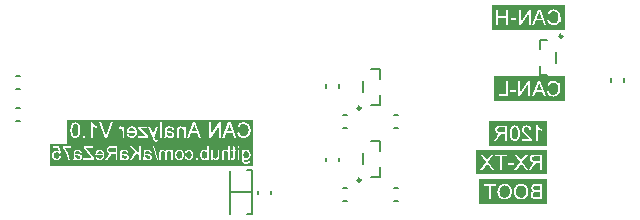
<source format=gbr>
G04*
G04 #@! TF.GenerationSoftware,Altium Limited,Altium Designer,24.2.2 (26)*
G04*
G04 Layer_Color=32896*
%FSLAX44Y44*%
%MOMM*%
G71*
G04*
G04 #@! TF.SameCoordinates,200C4C84-4450-49E8-9A81-A87B66CA8C1A*
G04*
G04*
G04 #@! TF.FilePolarity,Positive*
G04*
G01*
G75*
%ADD12C,0.2000*%
%ADD14C,0.2500*%
%ADD15C,0.1500*%
G36*
X226060Y61722D02*
Y43309D01*
X53870D01*
Y62422D01*
X68580D01*
Y82516D01*
X226060D01*
Y61722D01*
D02*
G37*
G36*
X474726Y36376D02*
X414546D01*
Y57190D01*
X474726D01*
Y36376D01*
D02*
G37*
G36*
Y60688D02*
X426119D01*
Y81779D01*
X474726D01*
Y60688D01*
D02*
G37*
G36*
Y11176D02*
X417676D01*
Y32434D01*
X474726D01*
Y11176D01*
D02*
G37*
G36*
X490220Y98298D02*
X430022D01*
Y119556D01*
X490220D01*
Y98298D01*
D02*
G37*
G36*
X490474Y158750D02*
X428128D01*
Y180008D01*
X490474D01*
Y158750D01*
D02*
G37*
%LPC*%
G36*
X89907Y80350D02*
X88889D01*
Y67481D01*
X90463D01*
Y77498D01*
X90481Y77480D01*
X90574Y77406D01*
X90685Y77295D01*
X90870Y77165D01*
X91074Y76998D01*
X91333Y76813D01*
X91629Y76610D01*
X91963Y76406D01*
X91981D01*
X92000Y76387D01*
X92111Y76313D01*
X92296Y76221D01*
X92518Y76110D01*
X92777Y75980D01*
X93055Y75850D01*
X93333Y75721D01*
X93611Y75610D01*
Y77128D01*
X93592D01*
X93555Y77165D01*
X93481Y77184D01*
X93388Y77239D01*
X93277Y77295D01*
X93148Y77369D01*
X92833Y77554D01*
X92463Y77758D01*
X92092Y78017D01*
X91703Y78313D01*
X91314Y78628D01*
X91296Y78646D01*
X91278Y78665D01*
X91222Y78720D01*
X91148Y78776D01*
X90981Y78961D01*
X90759Y79183D01*
X90537Y79443D01*
X90296Y79739D01*
X90092Y80035D01*
X89907Y80350D01*
D02*
G37*
G36*
X136680Y76776D02*
X129088D01*
Y75721D01*
X134125Y69833D01*
X135106Y68740D01*
X134995D01*
X134921Y68759D01*
X134717Y68777D01*
X134458Y68795D01*
X134143D01*
X133810Y68814D01*
X133106Y68833D01*
X128811D01*
Y67481D01*
X137032D01*
Y68740D01*
X131125Y75554D01*
X131292D01*
X131477Y75536D01*
X131718D01*
X131995Y75517D01*
X132292D01*
X132606Y75499D01*
X136680D01*
Y76776D01*
D02*
G37*
G36*
X155160Y76980D02*
X154956D01*
X154752Y76961D01*
X154475Y76943D01*
X154160Y76906D01*
X153845Y76850D01*
X153530Y76776D01*
X153234Y76684D01*
X153197Y76665D01*
X153104Y76628D01*
X152975Y76572D01*
X152808Y76498D01*
X152623Y76387D01*
X152438Y76276D01*
X152271Y76128D01*
X152123Y75980D01*
X152105Y75961D01*
X152067Y75906D01*
X152012Y75813D01*
X151938Y75702D01*
X151845Y75536D01*
X151771Y75369D01*
X151697Y75165D01*
X151642Y74925D01*
Y74906D01*
X151623Y74851D01*
X151604Y74739D01*
X151586Y74591D01*
Y74388D01*
X151567Y74147D01*
X151549Y73832D01*
Y73480D01*
Y71369D01*
Y71351D01*
Y71277D01*
Y71166D01*
Y71017D01*
Y70851D01*
Y70647D01*
X151531Y70203D01*
Y69740D01*
X151512Y69277D01*
X151493Y69073D01*
Y68888D01*
X151475Y68721D01*
X151456Y68592D01*
Y68573D01*
X151438Y68499D01*
X151419Y68388D01*
X151364Y68240D01*
X151327Y68073D01*
X151253Y67888D01*
X151160Y67684D01*
X151068Y67481D01*
X152716D01*
X152734Y67499D01*
X152753Y67573D01*
X152790Y67666D01*
X152845Y67814D01*
X152901Y67981D01*
X152938Y68184D01*
X152975Y68407D01*
X153012Y68647D01*
X153030D01*
X153049Y68610D01*
X153160Y68518D01*
X153327Y68388D01*
X153549Y68222D01*
X153827Y68055D01*
X154104Y67870D01*
X154401Y67703D01*
X154715Y67573D01*
X154752Y67555D01*
X154864Y67536D01*
X155030Y67481D01*
X155234Y67425D01*
X155493Y67370D01*
X155789Y67333D01*
X156123Y67296D01*
X156456Y67277D01*
X156604D01*
X156715Y67296D01*
X156845D01*
X156993Y67314D01*
X157326Y67370D01*
X157697Y67462D01*
X158104Y67592D01*
X158474Y67777D01*
X158807Y68018D01*
X158844Y68055D01*
X158937Y68148D01*
X159067Y68314D01*
X159215Y68536D01*
X159363Y68814D01*
X159493Y69129D01*
X159585Y69518D01*
X159604Y69703D01*
X159622Y69925D01*
Y70036D01*
X159604Y70166D01*
X159585Y70332D01*
X159548Y70536D01*
X159493Y70740D01*
X159419Y70962D01*
X159326Y71166D01*
X159307Y71184D01*
X159270Y71258D01*
X159196Y71369D01*
X159104Y71499D01*
X158993Y71647D01*
X158844Y71795D01*
X158696Y71943D01*
X158511Y72073D01*
X158493Y72091D01*
X158419Y72129D01*
X158326Y72203D01*
X158178Y72277D01*
X158011Y72351D01*
X157808Y72443D01*
X157604Y72517D01*
X157363Y72591D01*
X157345D01*
X157271Y72610D01*
X157160Y72647D01*
X157011Y72666D01*
X156826Y72702D01*
X156586Y72740D01*
X156308Y72795D01*
X155975Y72832D01*
X155956D01*
X155882Y72851D01*
X155789D01*
X155660Y72869D01*
X155512Y72888D01*
X155326Y72925D01*
X155123Y72943D01*
X154901Y72980D01*
X154456Y73073D01*
X153975Y73165D01*
X153549Y73277D01*
X153345Y73332D01*
X153160Y73388D01*
Y73406D01*
Y73443D01*
X153141Y73554D01*
Y73684D01*
Y73758D01*
Y73795D01*
Y73814D01*
Y73832D01*
Y73943D01*
X153160Y74128D01*
X153197Y74332D01*
X153252Y74554D01*
X153345Y74776D01*
X153456Y74980D01*
X153604Y75147D01*
X153623Y75165D01*
X153715Y75239D01*
X153864Y75313D01*
X154049Y75424D01*
X154308Y75517D01*
X154604Y75610D01*
X154975Y75665D01*
X155400Y75684D01*
X155586D01*
X155771Y75665D01*
X156030Y75628D01*
X156289Y75591D01*
X156567Y75517D01*
X156826Y75424D01*
X157048Y75295D01*
X157067Y75276D01*
X157141Y75221D01*
X157234Y75128D01*
X157345Y74980D01*
X157456Y74795D01*
X157585Y74554D01*
X157697Y74258D01*
X157808Y73925D01*
X159345Y74128D01*
Y74147D01*
X159326Y74165D01*
Y74221D01*
X159307Y74295D01*
X159252Y74462D01*
X159178Y74702D01*
X159085Y74943D01*
X158974Y75202D01*
X158826Y75462D01*
X158659Y75702D01*
X158641Y75721D01*
X158567Y75795D01*
X158456Y75906D01*
X158308Y76054D01*
X158104Y76202D01*
X157863Y76350D01*
X157585Y76517D01*
X157271Y76647D01*
X157252D01*
X157234Y76665D01*
X157178Y76684D01*
X157104Y76702D01*
X156919Y76758D01*
X156660Y76813D01*
X156363Y76869D01*
X155993Y76924D01*
X155604Y76961D01*
X155160Y76980D01*
D02*
G37*
G36*
X198711Y80294D02*
X196970D01*
X190249Y70221D01*
Y80294D01*
X188619D01*
Y67481D01*
X190378D01*
X197081Y77535D01*
Y67481D01*
X198711D01*
Y80294D01*
D02*
G37*
G36*
X146050Y76776D02*
X144383D01*
X142439Y71388D01*
Y71369D01*
X142420Y71351D01*
X142402Y71295D01*
X142383Y71203D01*
X142346Y71110D01*
X142309Y70999D01*
X142217Y70740D01*
X142106Y70425D01*
X141994Y70055D01*
X141883Y69666D01*
X141772Y69240D01*
Y69258D01*
X141754Y69296D01*
X141735Y69351D01*
X141717Y69425D01*
X141698Y69518D01*
X141661Y69629D01*
X141587Y69907D01*
X141495Y70221D01*
X141365Y70592D01*
X141254Y70962D01*
X141106Y71351D01*
X139106Y76776D01*
X137532D01*
X141069Y67333D01*
Y67314D01*
X141087Y67259D01*
X141124Y67185D01*
X141161Y67092D01*
X141217Y66962D01*
X141272Y66814D01*
X141402Y66500D01*
X141531Y66148D01*
X141680Y65796D01*
X141828Y65481D01*
X141902Y65352D01*
X141957Y65222D01*
X141976Y65185D01*
X142031Y65092D01*
X142124Y64963D01*
X142235Y64796D01*
X142383Y64611D01*
X142550Y64426D01*
X142717Y64240D01*
X142920Y64092D01*
X142939Y64074D01*
X143013Y64037D01*
X143124Y63981D01*
X143291Y63907D01*
X143476Y63833D01*
X143698Y63777D01*
X143939Y63741D01*
X144216Y63722D01*
X144291D01*
X144383Y63741D01*
X144513D01*
X144661Y63777D01*
X144827Y63815D01*
X145013Y63852D01*
X145216Y63926D01*
X145383Y65388D01*
X145365D01*
X145290Y65370D01*
X145198Y65352D01*
X145087Y65314D01*
X144790Y65259D01*
X144494Y65240D01*
X144402D01*
X144309Y65259D01*
X144198D01*
X143920Y65314D01*
X143791Y65370D01*
X143661Y65426D01*
X143642D01*
X143605Y65463D01*
X143550Y65500D01*
X143476Y65555D01*
X143309Y65703D01*
X143161Y65907D01*
Y65925D01*
X143124Y65963D01*
X143087Y66037D01*
X143050Y66148D01*
X142976Y66296D01*
X142902Y66518D01*
X142791Y66777D01*
X142680Y67092D01*
Y67111D01*
X142642Y67185D01*
X142605Y67314D01*
X142531Y67481D01*
X146050Y76776D01*
D02*
G37*
G36*
X107443Y80294D02*
X105591D01*
X102258Y70981D01*
Y70962D01*
X102239Y70925D01*
X102221Y70869D01*
X102184Y70795D01*
X102165Y70684D01*
X102128Y70573D01*
X102036Y70295D01*
X101924Y69981D01*
X101813Y69629D01*
X101591Y68888D01*
Y68907D01*
X101573Y68944D01*
X101554Y68999D01*
X101536Y69073D01*
X101480Y69277D01*
X101388Y69555D01*
X101295Y69869D01*
X101184Y70221D01*
X101054Y70592D01*
X100906Y70981D01*
X97425Y80294D01*
X95703D01*
X100702Y67481D01*
X102480D01*
X107443Y80294D01*
D02*
G37*
G36*
X218024Y80517D02*
X217838D01*
X217709Y80498D01*
X217542Y80479D01*
X217339Y80461D01*
X217135Y80442D01*
X216894Y80387D01*
X216394Y80276D01*
X215839Y80109D01*
X215561Y79998D01*
X215302Y79868D01*
X215042Y79702D01*
X214783Y79535D01*
X214765Y79517D01*
X214728Y79498D01*
X214654Y79443D01*
X214561Y79350D01*
X214468Y79257D01*
X214339Y79128D01*
X214209Y78980D01*
X214061Y78832D01*
X213913Y78646D01*
X213765Y78424D01*
X213598Y78202D01*
X213450Y77961D01*
X213320Y77684D01*
X213172Y77406D01*
X213061Y77109D01*
X212950Y76776D01*
X214617Y76387D01*
Y76406D01*
X214635Y76443D01*
X214672Y76517D01*
X214709Y76610D01*
X214746Y76721D01*
X214802Y76869D01*
X214950Y77165D01*
X215135Y77498D01*
X215357Y77832D01*
X215635Y78146D01*
X215931Y78424D01*
X215968Y78461D01*
X216079Y78535D01*
X216264Y78628D01*
X216505Y78758D01*
X216820Y78869D01*
X217172Y78980D01*
X217598Y79054D01*
X218061Y79072D01*
X218209D01*
X218301Y79054D01*
X218431D01*
X218579Y79035D01*
X218931Y78980D01*
X219320Y78906D01*
X219727Y78776D01*
X220153Y78591D01*
X220542Y78350D01*
X220560D01*
X220579Y78313D01*
X220709Y78221D01*
X220875Y78072D01*
X221079Y77850D01*
X221320Y77572D01*
X221542Y77258D01*
X221745Y76869D01*
X221931Y76443D01*
Y76424D01*
X221949Y76387D01*
X221968Y76332D01*
X221986Y76239D01*
X222023Y76128D01*
X222060Y75999D01*
X222116Y75684D01*
X222190Y75313D01*
X222264Y74906D01*
X222301Y74462D01*
X222319Y73980D01*
Y73962D01*
Y73906D01*
Y73814D01*
Y73702D01*
X222301Y73573D01*
Y73406D01*
X222282Y73221D01*
X222264Y73017D01*
X222208Y72573D01*
X222116Y72091D01*
X222005Y71610D01*
X221856Y71129D01*
Y71110D01*
X221838Y71073D01*
X221801Y71017D01*
X221764Y70925D01*
X221653Y70703D01*
X221486Y70444D01*
X221283Y70147D01*
X221023Y69833D01*
X220727Y69555D01*
X220375Y69296D01*
X220357D01*
X220320Y69277D01*
X220264Y69240D01*
X220190Y69203D01*
X220098Y69166D01*
X219986Y69110D01*
X219727Y68999D01*
X219394Y68888D01*
X219023Y68795D01*
X218616Y68721D01*
X218190Y68703D01*
X218061D01*
X217950Y68721D01*
X217820D01*
X217690Y68740D01*
X217357Y68814D01*
X216968Y68907D01*
X216579Y69055D01*
X216172Y69258D01*
X215968Y69370D01*
X215783Y69518D01*
X215765Y69536D01*
X215746Y69555D01*
X215690Y69610D01*
X215616Y69666D01*
X215542Y69758D01*
X215450Y69869D01*
X215339Y69981D01*
X215246Y70129D01*
X215135Y70295D01*
X215005Y70481D01*
X214894Y70666D01*
X214783Y70888D01*
X214691Y71129D01*
X214598Y71388D01*
X214505Y71666D01*
X214431Y71962D01*
X212728Y71536D01*
Y71518D01*
X212746Y71443D01*
X212783Y71332D01*
X212839Y71184D01*
X212894Y71017D01*
X212969Y70814D01*
X213061Y70592D01*
X213172Y70351D01*
X213431Y69833D01*
X213765Y69314D01*
X213969Y69055D01*
X214172Y68795D01*
X214394Y68573D01*
X214654Y68351D01*
X214672Y68333D01*
X214709Y68296D01*
X214802Y68259D01*
X214894Y68184D01*
X215042Y68092D01*
X215191Y67999D01*
X215394Y67907D01*
X215598Y67814D01*
X215839Y67703D01*
X216098Y67611D01*
X216376Y67518D01*
X216672Y67425D01*
X216987Y67351D01*
X217320Y67314D01*
X217672Y67277D01*
X218042Y67259D01*
X218246D01*
X218394Y67277D01*
X218561D01*
X218764Y67296D01*
X218986Y67333D01*
X219246Y67370D01*
X219783Y67462D01*
X220338Y67611D01*
X220894Y67814D01*
X221153Y67944D01*
X221412Y68092D01*
X221431Y68110D01*
X221468Y68129D01*
X221542Y68184D01*
X221616Y68259D01*
X221727Y68333D01*
X221856Y68444D01*
X222005Y68573D01*
X222153Y68721D01*
X222301Y68888D01*
X222468Y69055D01*
X222801Y69481D01*
X223116Y69981D01*
X223393Y70536D01*
Y70555D01*
X223430Y70610D01*
X223449Y70703D01*
X223505Y70814D01*
X223542Y70962D01*
X223597Y71147D01*
X223671Y71351D01*
X223727Y71573D01*
X223782Y71814D01*
X223856Y72091D01*
X223949Y72666D01*
X224023Y73314D01*
X224060Y73980D01*
Y74184D01*
X224042Y74314D01*
Y74499D01*
X224023Y74684D01*
X224004Y74925D01*
X223967Y75165D01*
X223875Y75702D01*
X223745Y76295D01*
X223560Y76887D01*
X223301Y77461D01*
X223282Y77480D01*
X223264Y77535D01*
X223227Y77609D01*
X223153Y77702D01*
X223079Y77832D01*
X222986Y77980D01*
X222745Y78313D01*
X222430Y78683D01*
X222060Y79054D01*
X221634Y79424D01*
X221134Y79739D01*
X221116Y79757D01*
X221060Y79776D01*
X220986Y79813D01*
X220894Y79868D01*
X220746Y79924D01*
X220597Y79980D01*
X220412Y80054D01*
X220209Y80128D01*
X219986Y80202D01*
X219746Y80276D01*
X219227Y80387D01*
X218635Y80479D01*
X218024Y80517D01*
D02*
G37*
G36*
X123422Y76980D02*
X123237D01*
X123108Y76961D01*
X122959Y76943D01*
X122774Y76906D01*
X122570Y76869D01*
X122330Y76813D01*
X122108Y76758D01*
X121848Y76665D01*
X121608Y76572D01*
X121348Y76443D01*
X121089Y76295D01*
X120830Y76128D01*
X120589Y75924D01*
X120367Y75702D01*
X120349Y75684D01*
X120311Y75647D01*
X120256Y75573D01*
X120182Y75462D01*
X120089Y75332D01*
X119997Y75184D01*
X119886Y74999D01*
X119775Y74776D01*
X119663Y74536D01*
X119552Y74276D01*
X119460Y73980D01*
X119367Y73665D01*
X119293Y73314D01*
X119237Y72943D01*
X119200Y72554D01*
X119182Y72129D01*
Y71906D01*
X119200Y71721D01*
X126144D01*
Y71703D01*
Y71647D01*
X126126Y71573D01*
Y71462D01*
X126107Y71332D01*
X126070Y71184D01*
X126015Y70851D01*
X125904Y70481D01*
X125755Y70073D01*
X125552Y69703D01*
X125293Y69370D01*
X125274D01*
X125255Y69332D01*
X125144Y69240D01*
X124978Y69110D01*
X124755Y68981D01*
X124459Y68833D01*
X124126Y68703D01*
X123756Y68610D01*
X123552Y68592D01*
X123330Y68573D01*
X123182D01*
X123015Y68592D01*
X122811Y68629D01*
X122589Y68684D01*
X122330Y68759D01*
X122089Y68870D01*
X121848Y69018D01*
X121830Y69036D01*
X121737Y69110D01*
X121626Y69221D01*
X121497Y69370D01*
X121348Y69573D01*
X121182Y69833D01*
X121015Y70129D01*
X120867Y70481D01*
X119237Y70277D01*
Y70258D01*
X119256Y70221D01*
X119275Y70147D01*
X119312Y70036D01*
X119367Y69925D01*
X119423Y69777D01*
X119571Y69462D01*
X119756Y69110D01*
X120015Y68740D01*
X120311Y68388D01*
X120682Y68055D01*
X120700D01*
X120737Y68018D01*
X120793Y67981D01*
X120867Y67925D01*
X120978Y67870D01*
X121089Y67814D01*
X121237Y67740D01*
X121404Y67666D01*
X121589Y67592D01*
X121774Y67518D01*
X122237Y67407D01*
X122756Y67314D01*
X123330Y67277D01*
X123533D01*
X123663Y67296D01*
X123830Y67314D01*
X124033Y67351D01*
X124256Y67388D01*
X124496Y67425D01*
X125015Y67573D01*
X125293Y67684D01*
X125552Y67796D01*
X125829Y67944D01*
X126089Y68110D01*
X126329Y68296D01*
X126570Y68518D01*
X126589Y68536D01*
X126626Y68573D01*
X126681Y68647D01*
X126755Y68759D01*
X126848Y68888D01*
X126940Y69036D01*
X127051Y69221D01*
X127163Y69425D01*
X127274Y69666D01*
X127385Y69925D01*
X127477Y70221D01*
X127570Y70536D01*
X127644Y70869D01*
X127700Y71240D01*
X127737Y71629D01*
X127755Y72036D01*
Y72258D01*
X127737Y72425D01*
X127718Y72628D01*
X127700Y72851D01*
X127663Y73110D01*
X127607Y73369D01*
X127459Y73962D01*
X127366Y74258D01*
X127255Y74573D01*
X127107Y74869D01*
X126940Y75147D01*
X126755Y75424D01*
X126552Y75684D01*
X126533Y75702D01*
X126496Y75739D01*
X126422Y75795D01*
X126329Y75887D01*
X126218Y75980D01*
X126070Y76091D01*
X125904Y76221D01*
X125700Y76332D01*
X125496Y76461D01*
X125255Y76572D01*
X124996Y76684D01*
X124718Y76776D01*
X124422Y76869D01*
X124107Y76924D01*
X123774Y76961D01*
X123422Y76980D01*
D02*
G37*
G36*
X207154Y80294D02*
X205303D01*
X200063Y67481D01*
X201988D01*
X203488Y71369D01*
X208858D01*
X210247Y67481D01*
X212043D01*
X207154Y80294D01*
D02*
G37*
G36*
X177306D02*
X175454D01*
X170214Y67481D01*
X172139D01*
X173639Y71369D01*
X179009D01*
X180398Y67481D01*
X182194D01*
X177306Y80294D01*
D02*
G37*
G36*
X164696Y76980D02*
X164548D01*
X164400Y76961D01*
X164196Y76943D01*
X163955Y76906D01*
X163696Y76850D01*
X163418Y76776D01*
X163159Y76665D01*
X163122Y76647D01*
X163048Y76610D01*
X162918Y76554D01*
X162770Y76461D01*
X162585Y76350D01*
X162418Y76202D01*
X162252Y76054D01*
X162104Y75869D01*
X162085Y75850D01*
X162048Y75776D01*
X161992Y75684D01*
X161900Y75554D01*
X161826Y75369D01*
X161752Y75184D01*
X161659Y74962D01*
X161604Y74721D01*
Y74702D01*
X161585Y74628D01*
X161567Y74517D01*
X161548Y74369D01*
Y74147D01*
X161529Y73888D01*
X161511Y73573D01*
Y67481D01*
X163085D01*
Y73110D01*
Y73128D01*
Y73147D01*
Y73277D01*
Y73443D01*
X163103Y73647D01*
X163122Y73888D01*
X163159Y74128D01*
X163214Y74351D01*
X163270Y74554D01*
Y74573D01*
X163307Y74628D01*
X163363Y74721D01*
X163418Y74832D01*
X163511Y74943D01*
X163622Y75073D01*
X163770Y75202D01*
X163937Y75313D01*
X163955Y75332D01*
X164011Y75369D01*
X164122Y75406D01*
X164251Y75462D01*
X164400Y75517D01*
X164585Y75573D01*
X164807Y75591D01*
X165029Y75610D01*
X165122D01*
X165196Y75591D01*
X165381Y75573D01*
X165622Y75536D01*
X165881Y75443D01*
X166177Y75332D01*
X166473Y75184D01*
X166751Y74962D01*
X166788Y74925D01*
X166862Y74832D01*
X166918Y74758D01*
X166973Y74665D01*
X167047Y74554D01*
X167103Y74425D01*
X167177Y74276D01*
X167251Y74091D01*
X167307Y73888D01*
X167362Y73665D01*
X167399Y73425D01*
X167436Y73165D01*
X167473Y72851D01*
Y72536D01*
Y67481D01*
X169047D01*
Y76776D01*
X167640D01*
Y75443D01*
X167621Y75462D01*
X167584Y75517D01*
X167529Y75591D01*
X167455Y75684D01*
X167344Y75795D01*
X167214Y75924D01*
X167066Y76073D01*
X166881Y76221D01*
X166696Y76350D01*
X166473Y76498D01*
X166233Y76628D01*
X165973Y76739D01*
X165677Y76832D01*
X165381Y76906D01*
X165048Y76961D01*
X164696Y76980D01*
D02*
G37*
G36*
X149160Y80294D02*
X147586D01*
Y67481D01*
X149160D01*
Y80294D01*
D02*
G37*
G36*
X113849Y76980D02*
X113720D01*
X113553Y76961D01*
X113349Y76924D01*
X113109Y76850D01*
X112849Y76758D01*
X112553Y76628D01*
X112238Y76461D01*
X112812Y75017D01*
X112831Y75036D01*
X112905Y75073D01*
X113016Y75128D01*
X113164Y75184D01*
X113331Y75239D01*
X113534Y75295D01*
X113738Y75332D01*
X113942Y75350D01*
X114034D01*
X114127Y75332D01*
X114257Y75313D01*
X114386Y75276D01*
X114553Y75221D01*
X114719Y75147D01*
X114868Y75036D01*
X114886Y75017D01*
X114942Y74980D01*
X114997Y74906D01*
X115090Y74813D01*
X115182Y74684D01*
X115275Y74536D01*
X115368Y74369D01*
X115442Y74165D01*
X115460Y74128D01*
X115479Y74017D01*
X115516Y73851D01*
X115571Y73628D01*
X115627Y73351D01*
X115664Y73036D01*
X115682Y72702D01*
X115701Y72332D01*
Y67481D01*
X117275D01*
Y76776D01*
X115849D01*
Y75369D01*
X115830Y75388D01*
X115756Y75517D01*
X115664Y75684D01*
X115516Y75887D01*
X115368Y76091D01*
X115201Y76313D01*
X115034Y76498D01*
X114868Y76647D01*
X114849Y76665D01*
X114794Y76702D01*
X114682Y76758D01*
X114571Y76813D01*
X114423Y76869D01*
X114238Y76924D01*
X114053Y76961D01*
X113849Y76980D01*
D02*
G37*
G36*
X83963Y69277D02*
X82167D01*
Y67481D01*
X83963D01*
Y69277D01*
D02*
G37*
G36*
X75686Y80350D02*
X75520D01*
X75316Y80331D01*
X75075Y80294D01*
X74798Y80239D01*
X74501Y80165D01*
X74187Y80072D01*
X73890Y79924D01*
X73872D01*
X73853Y79906D01*
X73761Y79850D01*
X73613Y79757D01*
X73428Y79628D01*
X73224Y79443D01*
X73002Y79239D01*
X72798Y78998D01*
X72594Y78720D01*
X72576Y78683D01*
X72502Y78591D01*
X72428Y78424D01*
X72298Y78183D01*
X72187Y77906D01*
X72039Y77591D01*
X71909Y77221D01*
X71798Y76813D01*
Y76795D01*
X71779Y76758D01*
X71761Y76702D01*
X71743Y76610D01*
X71724Y76498D01*
X71705Y76369D01*
X71668Y76202D01*
X71650Y76017D01*
X71613Y75813D01*
X71594Y75591D01*
X71576Y75332D01*
X71539Y75073D01*
X71520Y74776D01*
Y74480D01*
X71502Y74147D01*
Y73425D01*
X71520Y73221D01*
Y72999D01*
X71539Y72758D01*
X71557Y72499D01*
X71613Y71906D01*
X71705Y71295D01*
X71817Y70703D01*
X71891Y70425D01*
X71983Y70147D01*
Y70129D01*
X72002Y70092D01*
X72039Y70018D01*
X72076Y69925D01*
X72113Y69795D01*
X72187Y69666D01*
X72335Y69351D01*
X72520Y69018D01*
X72761Y68647D01*
X73039Y68314D01*
X73372Y67999D01*
X73390D01*
X73409Y67962D01*
X73464Y67925D01*
X73539Y67888D01*
X73631Y67833D01*
X73724Y67759D01*
X74001Y67629D01*
X74335Y67499D01*
X74724Y67370D01*
X75187Y67296D01*
X75686Y67259D01*
X75872D01*
X76001Y67277D01*
X76149Y67296D01*
X76335Y67333D01*
X76538Y67370D01*
X76761Y67425D01*
X76983Y67499D01*
X77223Y67573D01*
X77464Y67684D01*
X77705Y67814D01*
X77945Y67962D01*
X78186Y68148D01*
X78408Y68351D01*
X78612Y68573D01*
X78631Y68592D01*
X78668Y68647D01*
X78723Y68740D01*
X78816Y68888D01*
X78908Y69055D01*
X79001Y69277D01*
X79131Y69536D01*
X79242Y69833D01*
X79353Y70166D01*
X79464Y70555D01*
X79575Y70981D01*
X79668Y71462D01*
X79760Y71980D01*
X79816Y72536D01*
X79853Y73147D01*
X79871Y73795D01*
Y74165D01*
X79853Y74369D01*
Y74591D01*
X79834Y74832D01*
X79816Y75110D01*
X79760Y75684D01*
X79668Y76295D01*
X79556Y76906D01*
X79482Y77184D01*
X79408Y77461D01*
Y77480D01*
X79390Y77517D01*
X79353Y77591D01*
X79316Y77684D01*
X79279Y77813D01*
X79205Y77943D01*
X79057Y78257D01*
X78871Y78591D01*
X78631Y78943D01*
X78353Y79295D01*
X78020Y79591D01*
X78001D01*
X77983Y79628D01*
X77927Y79665D01*
X77853Y79702D01*
X77760Y79776D01*
X77649Y79831D01*
X77372Y79980D01*
X77038Y80109D01*
X76649Y80239D01*
X76186Y80313D01*
X75686Y80350D01*
D02*
G37*
G36*
X214546Y60222D02*
X213130D01*
Y58605D01*
X214546D01*
Y60222D01*
D02*
G37*
G36*
X188586D02*
X187169D01*
Y56106D01*
X187153Y56123D01*
X187136Y56156D01*
X187086Y56206D01*
X187003Y56289D01*
X186919Y56373D01*
X186819Y56473D01*
X186686Y56573D01*
X186553Y56673D01*
X186220Y56889D01*
X185837Y57056D01*
X185620Y57139D01*
X185387Y57189D01*
X185137Y57222D01*
X184887Y57239D01*
X184753D01*
X184603Y57222D01*
X184420Y57206D01*
X184203Y57156D01*
X183954Y57106D01*
X183687Y57023D01*
X183437Y56923D01*
X183404Y56906D01*
X183320Y56873D01*
X183187Y56789D01*
X183037Y56689D01*
X182854Y56573D01*
X182671Y56423D01*
X182471Y56239D01*
X182304Y56040D01*
X182287Y56023D01*
X182237Y55939D01*
X182154Y55823D01*
X182054Y55673D01*
X181938Y55473D01*
X181821Y55240D01*
X181704Y54973D01*
X181604Y54690D01*
Y54673D01*
X181588Y54657D01*
X181571Y54606D01*
X181554Y54556D01*
X181521Y54390D01*
X181471Y54173D01*
X181421Y53923D01*
X181371Y53640D01*
X181354Y53323D01*
X181338Y52990D01*
Y52790D01*
X181354Y52640D01*
X181371Y52457D01*
X181388Y52257D01*
X181421Y52024D01*
X181471Y51774D01*
X181604Y51241D01*
X181688Y50957D01*
X181787Y50691D01*
X181904Y50408D01*
X182054Y50158D01*
X182221Y49908D01*
X182404Y49674D01*
X182421Y49658D01*
X182454Y49624D01*
X182504Y49574D01*
X182587Y49491D01*
X182704Y49408D01*
X182821Y49308D01*
X182954Y49208D01*
X183120Y49091D01*
X183304Y48991D01*
X183487Y48875D01*
X183937Y48691D01*
X184170Y48608D01*
X184420Y48558D01*
X184687Y48525D01*
X184953Y48508D01*
X185020D01*
X185103Y48525D01*
X185203D01*
X185320Y48541D01*
X185470Y48575D01*
X185803Y48658D01*
X185986Y48725D01*
X186170Y48808D01*
X186370Y48908D01*
X186553Y49025D01*
X186753Y49175D01*
X186936Y49341D01*
X187103Y49524D01*
X187269Y49741D01*
Y48691D01*
X188586D01*
Y60222D01*
D02*
G37*
G36*
X206481D02*
X205065D01*
Y56089D01*
X205048Y56106D01*
X205015Y56139D01*
X204965Y56189D01*
X204882Y56273D01*
X204798Y56356D01*
X204682Y56456D01*
X204532Y56556D01*
X204382Y56673D01*
X204215Y56773D01*
X204032Y56873D01*
X203599Y57056D01*
X203365Y57139D01*
X203115Y57189D01*
X202849Y57222D01*
X202582Y57239D01*
X202432D01*
X202249Y57222D01*
X202032Y57189D01*
X201782Y57156D01*
X201516Y57089D01*
X201249Y56989D01*
X200983Y56873D01*
X200949Y56856D01*
X200866Y56806D01*
X200749Y56723D01*
X200599Y56606D01*
X200449Y56456D01*
X200283Y56289D01*
X200133Y56089D01*
X200000Y55856D01*
X199983Y55823D01*
X199949Y55739D01*
X199900Y55590D01*
X199849Y55373D01*
X199799Y55106D01*
X199750Y54790D01*
X199716Y54406D01*
X199700Y53973D01*
Y48691D01*
X201116D01*
Y53990D01*
Y54007D01*
Y54040D01*
Y54090D01*
Y54157D01*
X201133Y54340D01*
X201166Y54573D01*
X201232Y54823D01*
X201316Y55073D01*
X201432Y55323D01*
X201582Y55523D01*
X201599Y55540D01*
X201666Y55606D01*
X201766Y55690D01*
X201916Y55773D01*
X202099Y55873D01*
X202316Y55939D01*
X202582Y56006D01*
X202882Y56023D01*
X202982D01*
X203099Y56006D01*
X203265Y55989D01*
X203432Y55939D01*
X203632Y55890D01*
X203832Y55806D01*
X204049Y55690D01*
X204065Y55673D01*
X204132Y55623D01*
X204232Y55556D01*
X204348Y55456D01*
X204482Y55323D01*
X204615Y55173D01*
X204732Y54990D01*
X204832Y54790D01*
X204848Y54756D01*
X204865Y54690D01*
X204898Y54556D01*
X204948Y54390D01*
X204998Y54173D01*
X205032Y53907D01*
X205048Y53607D01*
X205065Y53257D01*
Y48691D01*
X206481D01*
Y60222D01*
D02*
G37*
G36*
X220444Y57239D02*
X220294D01*
X220194Y57222D01*
X220078Y57206D01*
X219928Y57172D01*
X219761Y57139D01*
X219578Y57089D01*
X219394Y57023D01*
X219195Y56939D01*
X218995Y56839D01*
X218778Y56723D01*
X218578Y56589D01*
X218378Y56423D01*
X218178Y56239D01*
X217995Y56023D01*
Y57056D01*
X216695D01*
Y49508D01*
X216712Y49358D01*
Y49175D01*
X216728Y48975D01*
X216745Y48758D01*
X216795Y48308D01*
X216862Y47842D01*
X216912Y47625D01*
X216962Y47425D01*
X217029Y47242D01*
X217095Y47075D01*
Y47058D01*
X217112Y47042D01*
X217178Y46942D01*
X217262Y46792D01*
X217395Y46609D01*
X217578Y46409D01*
X217795Y46192D01*
X218062Y45975D01*
X218361Y45792D01*
X218378D01*
X218395Y45775D01*
X218445Y45742D01*
X218511Y45725D01*
X218595Y45675D01*
X218695Y45642D01*
X218945Y45559D01*
X219245Y45459D01*
X219611Y45392D01*
X220028Y45325D01*
X220478Y45309D01*
X220627D01*
X220728Y45325D01*
X220861D01*
X220994Y45342D01*
X221161Y45359D01*
X221344Y45392D01*
X221727Y45476D01*
X222127Y45592D01*
X222527Y45759D01*
X222894Y45992D01*
X222910Y46009D01*
X222927Y46025D01*
X223044Y46125D01*
X223177Y46275D01*
X223344Y46492D01*
X223510Y46775D01*
X223660Y47125D01*
X223710Y47325D01*
X223743Y47542D01*
X223777Y47758D01*
Y48008D01*
X222394Y47825D01*
Y47792D01*
X222377Y47725D01*
X222344Y47608D01*
X222311Y47458D01*
X222244Y47308D01*
X222160Y47158D01*
X222061Y47008D01*
X221927Y46892D01*
X221894Y46875D01*
X221827Y46825D01*
X221711Y46758D01*
X221544Y46692D01*
X221344Y46609D01*
X221094Y46542D01*
X220794Y46492D01*
X220478Y46475D01*
X220311D01*
X220144Y46492D01*
X219911Y46525D01*
X219678Y46575D01*
X219428Y46642D01*
X219178Y46742D01*
X218961Y46875D01*
X218945Y46892D01*
X218878Y46942D01*
X218778Y47042D01*
X218661Y47158D01*
X218545Y47325D01*
X218428Y47508D01*
X218312Y47725D01*
X218228Y47975D01*
Y47991D01*
X218211Y48058D01*
X218195Y48191D01*
X218178Y48358D01*
X218162Y48475D01*
Y48608D01*
X218145Y48758D01*
Y48925D01*
Y49108D01*
X218128Y49324D01*
Y49541D01*
Y49791D01*
X218145Y49774D01*
X218178Y49741D01*
X218228Y49691D01*
X218295Y49624D01*
X218378Y49541D01*
X218495Y49441D01*
X218628Y49341D01*
X218761Y49241D01*
X219111Y49041D01*
X219494Y48858D01*
X219711Y48791D01*
X219944Y48741D01*
X220194Y48708D01*
X220444Y48691D01*
X220528D01*
X220611Y48708D01*
X220728D01*
X220877Y48725D01*
X221044Y48758D01*
X221227Y48791D01*
X221427Y48841D01*
X221644Y48908D01*
X221861Y48991D01*
X222077Y49091D01*
X222311Y49208D01*
X222527Y49358D01*
X222744Y49524D01*
X222944Y49708D01*
X223127Y49924D01*
X223144Y49941D01*
X223160Y49974D01*
X223210Y50058D01*
X223277Y50141D01*
X223344Y50274D01*
X223427Y50408D01*
X223510Y50574D01*
X223594Y50774D01*
X223677Y50974D01*
X223760Y51207D01*
X223843Y51441D01*
X223910Y51707D01*
X224027Y52274D01*
X224043Y52590D01*
X224060Y52907D01*
Y53107D01*
X224043Y53224D01*
Y53340D01*
X224010Y53640D01*
X223960Y53973D01*
X223877Y54340D01*
X223777Y54723D01*
X223627Y55106D01*
Y55123D01*
X223610Y55156D01*
X223577Y55206D01*
X223543Y55273D01*
X223444Y55456D01*
X223310Y55690D01*
X223127Y55939D01*
X222910Y56189D01*
X222660Y56456D01*
X222377Y56673D01*
X222360D01*
X222344Y56689D01*
X222294Y56723D01*
X222227Y56756D01*
X222061Y56856D01*
X221827Y56956D01*
X221544Y57056D01*
X221211Y57156D01*
X220844Y57222D01*
X220444Y57239D01*
D02*
G37*
G36*
X154295D02*
X154145D01*
X153961Y57222D01*
X153761Y57189D01*
X153511Y57139D01*
X153261Y57073D01*
X153012Y56973D01*
X152778Y56839D01*
X152745Y56823D01*
X152678Y56773D01*
X152578Y56689D01*
X152445Y56556D01*
X152312Y56406D01*
X152162Y56223D01*
X152028Y56006D01*
X151929Y55756D01*
X151912Y55773D01*
X151878Y55823D01*
X151828Y55890D01*
X151745Y55989D01*
X151645Y56106D01*
X151529Y56223D01*
X151395Y56356D01*
X151229Y56506D01*
X151045Y56639D01*
X150862Y56773D01*
X150646Y56889D01*
X150412Y57006D01*
X150162Y57106D01*
X149896Y57172D01*
X149629Y57222D01*
X149329Y57239D01*
X149213D01*
X149129Y57222D01*
X149013D01*
X148896Y57206D01*
X148613Y57156D01*
X148313Y57073D01*
X147996Y56939D01*
X147680Y56773D01*
X147413Y56539D01*
X147380Y56506D01*
X147313Y56406D01*
X147196Y56256D01*
X147146Y56139D01*
X147080Y56023D01*
X147013Y55873D01*
X146963Y55723D01*
X146896Y55556D01*
X146846Y55356D01*
X146813Y55156D01*
X146780Y54923D01*
X146747Y54690D01*
Y48691D01*
X148163D01*
Y53940D01*
Y53957D01*
Y53973D01*
Y54073D01*
Y54223D01*
X148179Y54406D01*
X148196Y54606D01*
X148213Y54806D01*
X148246Y55006D01*
X148296Y55156D01*
Y55173D01*
X148329Y55223D01*
X148363Y55290D01*
X148413Y55373D01*
X148479Y55473D01*
X148563Y55573D01*
X148663Y55673D01*
X148796Y55773D01*
X148813Y55789D01*
X148863Y55806D01*
X148929Y55840D01*
X149046Y55890D01*
X149163Y55939D01*
X149312Y55973D01*
X149462Y55989D01*
X149646Y56006D01*
X149729D01*
X149796Y55989D01*
X149962Y55973D01*
X150162Y55939D01*
X150395Y55856D01*
X150646Y55756D01*
X150895Y55606D01*
X151129Y55406D01*
X151145Y55373D01*
X151212Y55290D01*
X151312Y55156D01*
X151412Y54956D01*
X151529Y54690D01*
X151612Y54373D01*
X151678Y53990D01*
X151712Y53540D01*
Y48691D01*
X153128D01*
Y54107D01*
Y54123D01*
Y54157D01*
Y54190D01*
Y54257D01*
X153145Y54440D01*
X153178Y54640D01*
X153211Y54873D01*
X153278Y55106D01*
X153361Y55323D01*
X153478Y55523D01*
X153495Y55540D01*
X153545Y55606D01*
X153628Y55673D01*
X153745Y55773D01*
X153895Y55856D01*
X154095Y55939D01*
X154328Y55989D01*
X154611Y56006D01*
X154711D01*
X154828Y55989D01*
X154961Y55973D01*
X155128Y55923D01*
X155328Y55873D01*
X155511Y55789D01*
X155711Y55690D01*
X155728Y55673D01*
X155794Y55623D01*
X155878Y55556D01*
X155994Y55456D01*
X156111Y55323D01*
X156227Y55156D01*
X156344Y54973D01*
X156444Y54756D01*
X156461Y54723D01*
X156477Y54640D01*
X156511Y54507D01*
X156561Y54323D01*
X156611Y54073D01*
X156644Y53773D01*
X156661Y53424D01*
X156677Y53024D01*
Y48691D01*
X158094D01*
Y57056D01*
X156827D01*
Y55856D01*
X156811Y55890D01*
X156761Y55956D01*
X156661Y56073D01*
X156544Y56206D01*
X156394Y56373D01*
X156211Y56539D01*
X156011Y56706D01*
X155778Y56856D01*
X155744Y56873D01*
X155661Y56923D01*
X155528Y56973D01*
X155344Y57056D01*
X155128Y57123D01*
X154878Y57172D01*
X154594Y57222D01*
X154295Y57239D01*
D02*
G37*
G36*
X62151Y60072D02*
X56420D01*
Y58722D01*
X61035D01*
X61652Y55606D01*
X61635Y55623D01*
X61602Y55640D01*
X61552Y55673D01*
X61468Y55723D01*
X61368Y55773D01*
X61252Y55840D01*
X60985Y55973D01*
X60652Y56106D01*
X60285Y56223D01*
X59885Y56306D01*
X59685Y56339D01*
X59319D01*
X59219Y56323D01*
X59086Y56306D01*
X58936Y56289D01*
X58769Y56256D01*
X58586Y56206D01*
X58186Y56089D01*
X57969Y56006D01*
X57753Y55890D01*
X57536Y55773D01*
X57319Y55640D01*
X57119Y55473D01*
X56919Y55290D01*
X56903Y55273D01*
X56870Y55240D01*
X56820Y55190D01*
X56753Y55106D01*
X56670Y54990D01*
X56586Y54873D01*
X56486Y54723D01*
X56386Y54556D01*
X56303Y54373D01*
X56203Y54173D01*
X56120Y53940D01*
X56036Y53707D01*
X55970Y53457D01*
X55920Y53173D01*
X55886Y52890D01*
X55870Y52590D01*
Y52440D01*
X55886Y52324D01*
X55903Y52190D01*
X55920Y52041D01*
X55953Y51857D01*
X55986Y51674D01*
X56086Y51241D01*
X56253Y50791D01*
X56353Y50557D01*
X56486Y50341D01*
X56620Y50108D01*
X56786Y49891D01*
X56803Y49874D01*
X56836Y49824D01*
X56903Y49758D01*
X56986Y49674D01*
X57103Y49574D01*
X57236Y49441D01*
X57403Y49324D01*
X57586Y49191D01*
X57786Y49058D01*
X58019Y48941D01*
X58269Y48825D01*
X58536Y48708D01*
X58819Y48625D01*
X59136Y48558D01*
X59469Y48508D01*
X59819Y48491D01*
X59969D01*
X60085Y48508D01*
X60219Y48525D01*
X60369Y48541D01*
X60552Y48558D01*
X60735Y48608D01*
X61152Y48708D01*
X61568Y48858D01*
X61785Y48958D01*
X62002Y49075D01*
X62201Y49208D01*
X62401Y49358D01*
X62418Y49374D01*
X62451Y49391D01*
X62485Y49458D01*
X62551Y49524D01*
X62635Y49608D01*
X62718Y49708D01*
X62818Y49841D01*
X62901Y49991D01*
X63001Y50141D01*
X63101Y50324D01*
X63285Y50724D01*
X63435Y51191D01*
X63485Y51441D01*
X63518Y51707D01*
X62035Y51824D01*
Y51807D01*
Y51774D01*
X62018Y51724D01*
X62002Y51641D01*
X61951Y51457D01*
X61885Y51207D01*
X61785Y50957D01*
X61652Y50674D01*
X61485Y50424D01*
X61285Y50191D01*
X61252Y50174D01*
X61185Y50108D01*
X61052Y50024D01*
X60869Y49924D01*
X60669Y49824D01*
X60419Y49741D01*
X60135Y49674D01*
X59819Y49658D01*
X59719D01*
X59652Y49674D01*
X59452Y49691D01*
X59219Y49758D01*
X58936Y49841D01*
X58652Y49974D01*
X58352Y50174D01*
X58219Y50291D01*
X58086Y50424D01*
X58069Y50441D01*
X58053Y50458D01*
X58019Y50507D01*
X57969Y50557D01*
X57853Y50741D01*
X57719Y50974D01*
X57603Y51257D01*
X57486Y51607D01*
X57403Y52024D01*
X57369Y52240D01*
Y52474D01*
Y52490D01*
Y52524D01*
Y52590D01*
X57386Y52674D01*
Y52774D01*
X57403Y52890D01*
X57453Y53157D01*
X57536Y53474D01*
X57653Y53790D01*
X57819Y54090D01*
X58053Y54373D01*
Y54390D01*
X58086Y54406D01*
X58169Y54490D01*
X58319Y54606D01*
X58519Y54740D01*
X58786Y54856D01*
X59086Y54973D01*
X59436Y55056D01*
X59635Y55090D01*
X59952D01*
X60085Y55073D01*
X60252Y55056D01*
X60452Y55006D01*
X60652Y54956D01*
X60869Y54873D01*
X61085Y54773D01*
X61102Y54756D01*
X61168Y54723D01*
X61268Y54640D01*
X61402Y54556D01*
X61535Y54440D01*
X61668Y54290D01*
X61818Y54140D01*
X61935Y53957D01*
X63268Y54140D01*
X62151Y60072D01*
D02*
G37*
G36*
X136632Y57239D02*
X136449D01*
X136266Y57222D01*
X136016Y57206D01*
X135733Y57172D01*
X135449Y57123D01*
X135166Y57056D01*
X134900Y56973D01*
X134866Y56956D01*
X134783Y56923D01*
X134666Y56873D01*
X134516Y56806D01*
X134350Y56706D01*
X134183Y56606D01*
X134033Y56473D01*
X133900Y56339D01*
X133883Y56323D01*
X133850Y56273D01*
X133800Y56189D01*
X133733Y56089D01*
X133650Y55939D01*
X133583Y55789D01*
X133517Y55606D01*
X133467Y55390D01*
Y55373D01*
X133450Y55323D01*
X133433Y55223D01*
X133417Y55090D01*
Y54906D01*
X133400Y54690D01*
X133383Y54406D01*
Y54090D01*
Y52190D01*
Y52174D01*
Y52107D01*
Y52007D01*
Y51874D01*
Y51724D01*
Y51541D01*
X133367Y51141D01*
Y50724D01*
X133350Y50308D01*
X133333Y50124D01*
Y49958D01*
X133317Y49808D01*
X133300Y49691D01*
Y49674D01*
X133283Y49608D01*
X133267Y49508D01*
X133217Y49374D01*
X133183Y49225D01*
X133117Y49058D01*
X133033Y48875D01*
X132950Y48691D01*
X134433D01*
X134450Y48708D01*
X134466Y48775D01*
X134500Y48858D01*
X134550Y48991D01*
X134600Y49141D01*
X134633Y49324D01*
X134666Y49524D01*
X134700Y49741D01*
X134716D01*
X134733Y49708D01*
X134833Y49624D01*
X134983Y49508D01*
X135183Y49358D01*
X135433Y49208D01*
X135683Y49041D01*
X135949Y48891D01*
X136233Y48775D01*
X136266Y48758D01*
X136366Y48741D01*
X136516Y48691D01*
X136699Y48641D01*
X136932Y48591D01*
X137199Y48558D01*
X137499Y48525D01*
X137799Y48508D01*
X137932D01*
X138032Y48525D01*
X138149D01*
X138282Y48541D01*
X138582Y48591D01*
X138915Y48675D01*
X139282Y48791D01*
X139615Y48958D01*
X139915Y49175D01*
X139948Y49208D01*
X140031Y49291D01*
X140148Y49441D01*
X140281Y49641D01*
X140415Y49891D01*
X140531Y50174D01*
X140615Y50524D01*
X140631Y50691D01*
X140648Y50891D01*
Y50991D01*
X140631Y51107D01*
X140615Y51257D01*
X140581Y51441D01*
X140531Y51624D01*
X140465Y51824D01*
X140381Y52007D01*
X140365Y52024D01*
X140331Y52091D01*
X140265Y52190D01*
X140182Y52307D01*
X140082Y52440D01*
X139948Y52574D01*
X139815Y52707D01*
X139648Y52824D01*
X139632Y52840D01*
X139565Y52874D01*
X139482Y52940D01*
X139348Y53007D01*
X139198Y53074D01*
X139015Y53157D01*
X138832Y53224D01*
X138615Y53290D01*
X138599D01*
X138532Y53307D01*
X138432Y53340D01*
X138299Y53357D01*
X138132Y53390D01*
X137915Y53424D01*
X137666Y53474D01*
X137366Y53507D01*
X137349D01*
X137282Y53523D01*
X137199D01*
X137082Y53540D01*
X136949Y53557D01*
X136782Y53590D01*
X136599Y53607D01*
X136399Y53640D01*
X135999Y53723D01*
X135566Y53807D01*
X135183Y53907D01*
X135000Y53957D01*
X134833Y54007D01*
Y54023D01*
Y54057D01*
X134816Y54157D01*
Y54273D01*
Y54340D01*
Y54373D01*
Y54390D01*
Y54406D01*
Y54507D01*
X134833Y54673D01*
X134866Y54856D01*
X134916Y55056D01*
X135000Y55256D01*
X135099Y55440D01*
X135233Y55590D01*
X135249Y55606D01*
X135333Y55673D01*
X135466Y55739D01*
X135633Y55840D01*
X135866Y55923D01*
X136132Y56006D01*
X136466Y56056D01*
X136849Y56073D01*
X137016D01*
X137182Y56056D01*
X137416Y56023D01*
X137649Y55989D01*
X137899Y55923D01*
X138132Y55840D01*
X138332Y55723D01*
X138349Y55706D01*
X138415Y55656D01*
X138499Y55573D01*
X138599Y55440D01*
X138699Y55273D01*
X138815Y55056D01*
X138915Y54790D01*
X139015Y54490D01*
X140398Y54673D01*
Y54690D01*
X140381Y54707D01*
Y54756D01*
X140365Y54823D01*
X140315Y54973D01*
X140248Y55190D01*
X140165Y55406D01*
X140065Y55640D01*
X139931Y55873D01*
X139782Y56089D01*
X139765Y56106D01*
X139698Y56173D01*
X139598Y56273D01*
X139465Y56406D01*
X139282Y56539D01*
X139065Y56673D01*
X138815Y56823D01*
X138532Y56939D01*
X138515D01*
X138499Y56956D01*
X138449Y56973D01*
X138382Y56989D01*
X138215Y57039D01*
X137982Y57089D01*
X137715Y57139D01*
X137382Y57189D01*
X137032Y57222D01*
X136632Y57239D01*
D02*
G37*
G36*
X131084Y60222D02*
X129551D01*
Y54490D01*
X123852Y60222D01*
X121770D01*
X126602Y55540D01*
X121553Y48691D01*
X123569D01*
X127668Y54507D01*
X129551Y52690D01*
Y48691D01*
X131084D01*
Y60222D01*
D02*
G37*
G36*
X116921Y57239D02*
X116737D01*
X116554Y57222D01*
X116304Y57206D01*
X116021Y57172D01*
X115738Y57123D01*
X115455Y57056D01*
X115188Y56973D01*
X115155Y56956D01*
X115071Y56923D01*
X114955Y56873D01*
X114805Y56806D01*
X114638Y56706D01*
X114471Y56606D01*
X114321Y56473D01*
X114188Y56339D01*
X114171Y56323D01*
X114138Y56273D01*
X114088Y56189D01*
X114022Y56089D01*
X113938Y55939D01*
X113872Y55789D01*
X113805Y55606D01*
X113755Y55390D01*
Y55373D01*
X113738Y55323D01*
X113722Y55223D01*
X113705Y55090D01*
Y54906D01*
X113688Y54690D01*
X113672Y54406D01*
Y54090D01*
Y52190D01*
Y52174D01*
Y52107D01*
Y52007D01*
Y51874D01*
Y51724D01*
Y51541D01*
X113655Y51141D01*
Y50724D01*
X113638Y50308D01*
X113622Y50124D01*
Y49958D01*
X113605Y49808D01*
X113588Y49691D01*
Y49674D01*
X113572Y49608D01*
X113555Y49508D01*
X113505Y49374D01*
X113472Y49225D01*
X113405Y49058D01*
X113322Y48875D01*
X113238Y48691D01*
X114721D01*
X114738Y48708D01*
X114755Y48775D01*
X114788Y48858D01*
X114838Y48991D01*
X114888Y49141D01*
X114921Y49324D01*
X114955Y49524D01*
X114988Y49741D01*
X115005D01*
X115021Y49708D01*
X115121Y49624D01*
X115271Y49508D01*
X115471Y49358D01*
X115721Y49208D01*
X115971Y49041D01*
X116238Y48891D01*
X116521Y48775D01*
X116554Y48758D01*
X116654Y48741D01*
X116804Y48691D01*
X116987Y48641D01*
X117221Y48591D01*
X117487Y48558D01*
X117787Y48525D01*
X118087Y48508D01*
X118220D01*
X118320Y48525D01*
X118437D01*
X118570Y48541D01*
X118870Y48591D01*
X119204Y48675D01*
X119570Y48791D01*
X119903Y48958D01*
X120203Y49175D01*
X120237Y49208D01*
X120320Y49291D01*
X120436Y49441D01*
X120570Y49641D01*
X120703Y49891D01*
X120820Y50174D01*
X120903Y50524D01*
X120920Y50691D01*
X120936Y50891D01*
Y50991D01*
X120920Y51107D01*
X120903Y51257D01*
X120870Y51441D01*
X120820Y51624D01*
X120753Y51824D01*
X120670Y52007D01*
X120653Y52024D01*
X120620Y52091D01*
X120553Y52190D01*
X120470Y52307D01*
X120370Y52440D01*
X120237Y52574D01*
X120103Y52707D01*
X119937Y52824D01*
X119920Y52840D01*
X119853Y52874D01*
X119770Y52940D01*
X119637Y53007D01*
X119487Y53074D01*
X119304Y53157D01*
X119120Y53224D01*
X118904Y53290D01*
X118887D01*
X118820Y53307D01*
X118720Y53340D01*
X118587Y53357D01*
X118420Y53390D01*
X118204Y53424D01*
X117954Y53474D01*
X117654Y53507D01*
X117637D01*
X117571Y53523D01*
X117487D01*
X117371Y53540D01*
X117237Y53557D01*
X117071Y53590D01*
X116887Y53607D01*
X116687Y53640D01*
X116288Y53723D01*
X115854Y53807D01*
X115471Y53907D01*
X115288Y53957D01*
X115121Y54007D01*
Y54023D01*
Y54057D01*
X115105Y54157D01*
Y54273D01*
Y54340D01*
Y54373D01*
Y54390D01*
Y54406D01*
Y54507D01*
X115121Y54673D01*
X115155Y54856D01*
X115204Y55056D01*
X115288Y55256D01*
X115388Y55440D01*
X115521Y55590D01*
X115538Y55606D01*
X115621Y55673D01*
X115754Y55739D01*
X115921Y55840D01*
X116154Y55923D01*
X116421Y56006D01*
X116754Y56056D01*
X117137Y56073D01*
X117304D01*
X117471Y56056D01*
X117704Y56023D01*
X117937Y55989D01*
X118187Y55923D01*
X118420Y55840D01*
X118620Y55723D01*
X118637Y55706D01*
X118704Y55656D01*
X118787Y55573D01*
X118887Y55440D01*
X118987Y55273D01*
X119103Y55056D01*
X119204Y54790D01*
X119304Y54490D01*
X120687Y54673D01*
Y54690D01*
X120670Y54707D01*
Y54756D01*
X120653Y54823D01*
X120603Y54973D01*
X120536Y55190D01*
X120453Y55406D01*
X120353Y55640D01*
X120220Y55873D01*
X120070Y56089D01*
X120053Y56106D01*
X119987Y56173D01*
X119887Y56273D01*
X119753Y56406D01*
X119570Y56539D01*
X119354Y56673D01*
X119103Y56823D01*
X118820Y56939D01*
X118804D01*
X118787Y56956D01*
X118737Y56973D01*
X118670Y56989D01*
X118504Y57039D01*
X118270Y57089D01*
X118004Y57139D01*
X117671Y57189D01*
X117321Y57222D01*
X116921Y57239D01*
D02*
G37*
G36*
X77514D02*
X77331D01*
X77148Y57222D01*
X76898Y57206D01*
X76614Y57172D01*
X76331Y57123D01*
X76048Y57056D01*
X75781Y56973D01*
X75748Y56956D01*
X75665Y56923D01*
X75548Y56873D01*
X75398Y56806D01*
X75231Y56706D01*
X75065Y56606D01*
X74915Y56473D01*
X74782Y56339D01*
X74765Y56323D01*
X74732Y56273D01*
X74682Y56189D01*
X74615Y56089D01*
X74532Y55939D01*
X74465Y55789D01*
X74398Y55606D01*
X74348Y55390D01*
Y55373D01*
X74332Y55323D01*
X74315Y55223D01*
X74298Y55090D01*
Y54906D01*
X74282Y54690D01*
X74265Y54406D01*
Y54090D01*
Y52190D01*
Y52174D01*
Y52107D01*
Y52007D01*
Y51874D01*
Y51724D01*
Y51541D01*
X74248Y51141D01*
Y50724D01*
X74232Y50308D01*
X74215Y50124D01*
Y49958D01*
X74198Y49808D01*
X74182Y49691D01*
Y49674D01*
X74165Y49608D01*
X74148Y49508D01*
X74098Y49374D01*
X74065Y49225D01*
X73998Y49058D01*
X73915Y48875D01*
X73832Y48691D01*
X75315D01*
X75331Y48708D01*
X75348Y48775D01*
X75381Y48858D01*
X75431Y48991D01*
X75481Y49141D01*
X75515Y49324D01*
X75548Y49524D01*
X75581Y49741D01*
X75598D01*
X75615Y49708D01*
X75715Y49624D01*
X75865Y49508D01*
X76065Y49358D01*
X76315Y49208D01*
X76564Y49041D01*
X76831Y48891D01*
X77114Y48775D01*
X77148Y48758D01*
X77248Y48741D01*
X77398Y48691D01*
X77581Y48641D01*
X77814Y48591D01*
X78081Y48558D01*
X78381Y48525D01*
X78681Y48508D01*
X78814D01*
X78914Y48525D01*
X79030D01*
X79164Y48541D01*
X79464Y48591D01*
X79797Y48675D01*
X80163Y48791D01*
X80497Y48958D01*
X80797Y49175D01*
X80830Y49208D01*
X80913Y49291D01*
X81030Y49441D01*
X81163Y49641D01*
X81297Y49891D01*
X81413Y50174D01*
X81496Y50524D01*
X81513Y50691D01*
X81530Y50891D01*
Y50991D01*
X81513Y51107D01*
X81496Y51257D01*
X81463Y51441D01*
X81413Y51624D01*
X81347Y51824D01*
X81263Y52007D01*
X81247Y52024D01*
X81213Y52091D01*
X81147Y52190D01*
X81063Y52307D01*
X80963Y52440D01*
X80830Y52574D01*
X80697Y52707D01*
X80530Y52824D01*
X80513Y52840D01*
X80447Y52874D01*
X80364Y52940D01*
X80230Y53007D01*
X80080Y53074D01*
X79897Y53157D01*
X79714Y53224D01*
X79497Y53290D01*
X79480D01*
X79414Y53307D01*
X79314Y53340D01*
X79180Y53357D01*
X79014Y53390D01*
X78797Y53424D01*
X78547Y53474D01*
X78247Y53507D01*
X78231D01*
X78164Y53523D01*
X78081D01*
X77964Y53540D01*
X77831Y53557D01*
X77664Y53590D01*
X77481Y53607D01*
X77281Y53640D01*
X76881Y53723D01*
X76448Y53807D01*
X76065Y53907D01*
X75881Y53957D01*
X75715Y54007D01*
Y54023D01*
Y54057D01*
X75698Y54157D01*
Y54273D01*
Y54340D01*
Y54373D01*
Y54390D01*
Y54406D01*
Y54507D01*
X75715Y54673D01*
X75748Y54856D01*
X75798Y55056D01*
X75881Y55256D01*
X75981Y55440D01*
X76115Y55590D01*
X76131Y55606D01*
X76214Y55673D01*
X76348Y55739D01*
X76515Y55840D01*
X76748Y55923D01*
X77014Y56006D01*
X77348Y56056D01*
X77731Y56073D01*
X77897D01*
X78064Y56056D01*
X78297Y56023D01*
X78531Y55989D01*
X78780Y55923D01*
X79014Y55840D01*
X79214Y55723D01*
X79230Y55706D01*
X79297Y55656D01*
X79380Y55573D01*
X79480Y55440D01*
X79580Y55273D01*
X79697Y55056D01*
X79797Y54790D01*
X79897Y54490D01*
X81280Y54673D01*
Y54690D01*
X81263Y54707D01*
Y54756D01*
X81247Y54823D01*
X81197Y54973D01*
X81130Y55190D01*
X81047Y55406D01*
X80947Y55640D01*
X80813Y55873D01*
X80663Y56089D01*
X80647Y56106D01*
X80580Y56173D01*
X80480Y56273D01*
X80347Y56406D01*
X80163Y56539D01*
X79947Y56673D01*
X79697Y56823D01*
X79414Y56939D01*
X79397D01*
X79380Y56956D01*
X79330Y56973D01*
X79264Y56989D01*
X79097Y57039D01*
X78864Y57089D01*
X78597Y57139D01*
X78264Y57189D01*
X77914Y57222D01*
X77514Y57239D01*
D02*
G37*
G36*
X209314Y59972D02*
Y57056D01*
X207881D01*
Y55956D01*
X209314D01*
Y51041D01*
Y51007D01*
Y50941D01*
Y50841D01*
X209297Y50724D01*
X209280Y50458D01*
X209264Y50341D01*
X209247Y50258D01*
X209230Y50224D01*
X209181Y50158D01*
X209114Y50074D01*
X208997Y49991D01*
X208964Y49974D01*
X208881Y49941D01*
X208731Y49908D01*
X208514Y49891D01*
X208347D01*
X208264Y49908D01*
X208147D01*
X208014Y49924D01*
X207881Y49941D01*
X207698Y48691D01*
X207731D01*
X207798Y48675D01*
X207914Y48658D01*
X208064Y48641D01*
X208231Y48608D01*
X208414Y48591D01*
X208781Y48575D01*
X208914D01*
X209047Y48591D01*
X209214Y48608D01*
X209414Y48625D01*
X209614Y48675D01*
X209797Y48725D01*
X209980Y48808D01*
X209997Y48825D01*
X210047Y48858D01*
X210114Y48908D01*
X210214Y48991D01*
X210297Y49075D01*
X210397Y49191D01*
X210497Y49308D01*
X210564Y49458D01*
Y49475D01*
X210597Y49541D01*
X210613Y49658D01*
X210647Y49824D01*
X210680Y50041D01*
X210697Y50174D01*
Y50324D01*
X210713Y50507D01*
X210730Y50691D01*
Y50891D01*
Y51124D01*
Y55956D01*
X211780D01*
Y57056D01*
X210730D01*
Y59122D01*
X209314Y59972D01*
D02*
G37*
G36*
X197550Y57056D02*
X196134D01*
Y52407D01*
Y52390D01*
Y52357D01*
Y52307D01*
Y52224D01*
Y52041D01*
X196117Y51807D01*
Y51557D01*
X196101Y51307D01*
X196084Y51091D01*
X196050Y50907D01*
Y50891D01*
X196017Y50824D01*
X195984Y50724D01*
X195934Y50591D01*
X195851Y50458D01*
X195751Y50308D01*
X195634Y50174D01*
X195484Y50041D01*
X195467Y50024D01*
X195401Y49991D01*
X195317Y49941D01*
X195184Y49891D01*
X195034Y49824D01*
X194851Y49774D01*
X194651Y49741D01*
X194418Y49724D01*
X194301D01*
X194184Y49741D01*
X194034Y49758D01*
X193851Y49808D01*
X193651Y49858D01*
X193435Y49941D01*
X193218Y50041D01*
X193185Y50058D01*
X193118Y50108D01*
X193018Y50174D01*
X192901Y50274D01*
X192768Y50408D01*
X192635Y50557D01*
X192518Y50724D01*
X192418Y50924D01*
X192401Y50957D01*
X192385Y51024D01*
X192351Y51157D01*
X192302Y51341D01*
X192251Y51574D01*
X192218Y51857D01*
X192201Y52190D01*
X192185Y52574D01*
Y57056D01*
X190769D01*
Y48691D01*
X192035D01*
Y49908D01*
X192052Y49891D01*
X192085Y49841D01*
X192135Y49774D01*
X192218Y49691D01*
X192318Y49591D01*
X192435Y49458D01*
X192568Y49341D01*
X192735Y49208D01*
X192918Y49075D01*
X193118Y48958D01*
X193335Y48841D01*
X193568Y48725D01*
X193834Y48641D01*
X194101Y48575D01*
X194401Y48525D01*
X194701Y48508D01*
X194818D01*
X194967Y48525D01*
X195151Y48541D01*
X195367Y48575D01*
X195601Y48625D01*
X195834Y48691D01*
X196084Y48791D01*
X196117Y48808D01*
X196184Y48841D01*
X196300Y48908D01*
X196434Y48991D01*
X196600Y49091D01*
X196750Y49208D01*
X196900Y49341D01*
X197034Y49491D01*
X197050Y49508D01*
X197084Y49574D01*
X197134Y49658D01*
X197200Y49791D01*
X197283Y49941D01*
X197350Y50124D01*
X197417Y50324D01*
X197467Y50541D01*
Y50557D01*
X197484Y50624D01*
X197500Y50724D01*
Y50858D01*
X197517Y51057D01*
X197533Y51274D01*
X197550Y51557D01*
Y57056D01*
D02*
G37*
G36*
X171723Y57239D02*
X171590D01*
X171490Y57222D01*
X171390D01*
X171257Y57206D01*
X170940Y57156D01*
X170590Y57073D01*
X170224Y56939D01*
X169857Y56773D01*
X169507Y56539D01*
X169491D01*
X169474Y56506D01*
X169374Y56406D01*
X169224Y56256D01*
X169041Y56040D01*
X168857Y55773D01*
X168674Y55440D01*
X168508Y55056D01*
X168391Y54606D01*
X169774Y54390D01*
Y54406D01*
X169791Y54423D01*
X169807Y54523D01*
X169857Y54673D01*
X169940Y54856D01*
X170024Y55056D01*
X170157Y55273D01*
X170307Y55473D01*
X170474Y55640D01*
X170490Y55656D01*
X170557Y55706D01*
X170674Y55773D01*
X170807Y55856D01*
X170990Y55939D01*
X171190Y56006D01*
X171423Y56056D01*
X171673Y56073D01*
X171773D01*
X171857Y56056D01*
X172040Y56040D01*
X172290Y55973D01*
X172556Y55890D01*
X172856Y55756D01*
X173140Y55556D01*
X173273Y55440D01*
X173406Y55306D01*
Y55290D01*
X173440Y55273D01*
X173473Y55223D01*
X173506Y55156D01*
X173556Y55073D01*
X173623Y54973D01*
X173673Y54856D01*
X173740Y54723D01*
X173806Y54556D01*
X173856Y54373D01*
X173923Y54173D01*
X173973Y53957D01*
X174006Y53723D01*
X174039Y53457D01*
X174073Y53173D01*
Y52874D01*
Y52857D01*
Y52807D01*
Y52707D01*
X174056Y52607D01*
Y52457D01*
X174039Y52307D01*
X173990Y51940D01*
X173923Y51541D01*
X173806Y51124D01*
X173656Y50757D01*
X173556Y50574D01*
X173440Y50424D01*
X173406Y50391D01*
X173323Y50308D01*
X173173Y50191D01*
X172990Y50058D01*
X172740Y49908D01*
X172457Y49791D01*
X172123Y49708D01*
X171940Y49691D01*
X171757Y49674D01*
X171723D01*
X171623Y49691D01*
X171457Y49708D01*
X171273Y49741D01*
X171057Y49791D01*
X170824Y49891D01*
X170590Y50008D01*
X170374Y50174D01*
X170340Y50191D01*
X170290Y50274D01*
X170191Y50391D01*
X170074Y50574D01*
X169957Y50791D01*
X169824Y51057D01*
X169724Y51391D01*
X169657Y51757D01*
X168258Y51574D01*
Y51557D01*
X168274Y51507D01*
X168291Y51441D01*
X168308Y51341D01*
X168341Y51207D01*
X168374Y51074D01*
X168491Y50741D01*
X168641Y50391D01*
X168857Y50008D01*
X169124Y49641D01*
X169274Y49475D01*
X169441Y49308D01*
X169457Y49291D01*
X169491Y49275D01*
X169541Y49241D01*
X169607Y49191D01*
X169691Y49125D01*
X169807Y49058D01*
X169940Y48991D01*
X170074Y48908D01*
X170407Y48758D01*
X170807Y48641D01*
X171240Y48541D01*
X171490Y48525D01*
X171740Y48508D01*
X171907D01*
X172023Y48525D01*
X172173Y48541D01*
X172340Y48575D01*
X172523Y48608D01*
X172723Y48641D01*
X173173Y48775D01*
X173390Y48875D01*
X173623Y48975D01*
X173856Y49108D01*
X174073Y49258D01*
X174289Y49425D01*
X174489Y49624D01*
X174506Y49641D01*
X174539Y49674D01*
X174589Y49741D01*
X174656Y49824D01*
X174723Y49941D01*
X174823Y50091D01*
X174906Y50258D01*
X175006Y50441D01*
X175106Y50658D01*
X175189Y50907D01*
X175289Y51157D01*
X175356Y51457D01*
X175422Y51757D01*
X175472Y52107D01*
X175506Y52457D01*
X175522Y52840D01*
Y53074D01*
X175506Y53190D01*
Y53323D01*
X175489Y53474D01*
X175472Y53640D01*
X175422Y54007D01*
X175339Y54406D01*
X175239Y54806D01*
X175089Y55206D01*
Y55223D01*
X175072Y55256D01*
X175039Y55306D01*
X175006Y55373D01*
X174906Y55556D01*
X174756Y55773D01*
X174556Y56023D01*
X174323Y56273D01*
X174039Y56523D01*
X173723Y56723D01*
X173706D01*
X173673Y56739D01*
X173623Y56773D01*
X173556Y56806D01*
X173473Y56839D01*
X173373Y56889D01*
X173123Y56989D01*
X172840Y57073D01*
X172490Y57156D01*
X172123Y57222D01*
X171723Y57239D01*
D02*
G37*
G36*
X96443D02*
X96276D01*
X96159Y57222D01*
X96026Y57206D01*
X95859Y57172D01*
X95676Y57139D01*
X95460Y57089D01*
X95260Y57039D01*
X95026Y56956D01*
X94810Y56873D01*
X94577Y56756D01*
X94343Y56623D01*
X94110Y56473D01*
X93893Y56289D01*
X93693Y56089D01*
X93677Y56073D01*
X93643Y56040D01*
X93593Y55973D01*
X93527Y55873D01*
X93443Y55756D01*
X93360Y55623D01*
X93260Y55456D01*
X93160Y55256D01*
X93060Y55040D01*
X92960Y54806D01*
X92877Y54540D01*
X92794Y54257D01*
X92727Y53940D01*
X92677Y53607D01*
X92644Y53257D01*
X92627Y52874D01*
Y52674D01*
X92644Y52507D01*
X98892D01*
Y52490D01*
Y52440D01*
X98875Y52374D01*
Y52274D01*
X98859Y52157D01*
X98825Y52024D01*
X98775Y51724D01*
X98675Y51391D01*
X98542Y51024D01*
X98359Y50691D01*
X98126Y50391D01*
X98109D01*
X98092Y50358D01*
X97992Y50274D01*
X97842Y50158D01*
X97642Y50041D01*
X97376Y49908D01*
X97076Y49791D01*
X96743Y49708D01*
X96559Y49691D01*
X96359Y49674D01*
X96226D01*
X96076Y49691D01*
X95893Y49724D01*
X95693Y49774D01*
X95460Y49841D01*
X95243Y49941D01*
X95026Y50074D01*
X95010Y50091D01*
X94926Y50158D01*
X94826Y50258D01*
X94710Y50391D01*
X94577Y50574D01*
X94426Y50807D01*
X94277Y51074D01*
X94143Y51391D01*
X92677Y51207D01*
Y51191D01*
X92694Y51157D01*
X92710Y51091D01*
X92744Y50991D01*
X92794Y50891D01*
X92844Y50757D01*
X92977Y50474D01*
X93144Y50158D01*
X93377Y49824D01*
X93643Y49508D01*
X93977Y49208D01*
X93993D01*
X94027Y49175D01*
X94077Y49141D01*
X94143Y49091D01*
X94243Y49041D01*
X94343Y48991D01*
X94476Y48925D01*
X94627Y48858D01*
X94793Y48791D01*
X94960Y48725D01*
X95376Y48625D01*
X95843Y48541D01*
X96359Y48508D01*
X96543D01*
X96659Y48525D01*
X96809Y48541D01*
X96993Y48575D01*
X97192Y48608D01*
X97409Y48641D01*
X97876Y48775D01*
X98126Y48875D01*
X98359Y48975D01*
X98609Y49108D01*
X98842Y49258D01*
X99059Y49425D01*
X99275Y49624D01*
X99292Y49641D01*
X99325Y49674D01*
X99375Y49741D01*
X99442Y49841D01*
X99525Y49958D01*
X99608Y50091D01*
X99708Y50258D01*
X99809Y50441D01*
X99909Y50658D01*
X100008Y50891D01*
X100092Y51157D01*
X100175Y51441D01*
X100242Y51741D01*
X100292Y52074D01*
X100325Y52424D01*
X100342Y52790D01*
Y52990D01*
X100325Y53140D01*
X100308Y53323D01*
X100292Y53523D01*
X100258Y53757D01*
X100208Y53990D01*
X100075Y54523D01*
X99992Y54790D01*
X99892Y55073D01*
X99759Y55340D01*
X99608Y55590D01*
X99442Y55840D01*
X99259Y56073D01*
X99242Y56089D01*
X99209Y56123D01*
X99142Y56173D01*
X99059Y56256D01*
X98959Y56339D01*
X98825Y56439D01*
X98675Y56556D01*
X98492Y56656D01*
X98309Y56773D01*
X98092Y56873D01*
X97859Y56973D01*
X97609Y57056D01*
X97343Y57139D01*
X97059Y57189D01*
X96759Y57222D01*
X96443Y57239D01*
D02*
G37*
G36*
X214546Y57056D02*
X213130D01*
Y48691D01*
X214546D01*
Y57056D01*
D02*
G37*
G36*
X179188Y50308D02*
X177572D01*
Y48691D01*
X179188D01*
Y50308D01*
D02*
G37*
G36*
X111289Y60222D02*
X105940D01*
X105807Y60205D01*
X105657D01*
X105307Y60188D01*
X104941Y60138D01*
X104541Y60088D01*
X104174Y60005D01*
X103991Y59955D01*
X103841Y59905D01*
X103824D01*
X103807Y59889D01*
X103708Y59839D01*
X103558Y59772D01*
X103374Y59655D01*
X103174Y59505D01*
X102958Y59305D01*
X102758Y59072D01*
X102558Y58805D01*
Y58789D01*
X102541Y58772D01*
X102474Y58672D01*
X102408Y58506D01*
X102308Y58289D01*
X102225Y58039D01*
X102141Y57739D01*
X102091Y57422D01*
X102075Y57073D01*
Y57056D01*
Y57023D01*
Y56956D01*
X102091Y56873D01*
Y56756D01*
X102108Y56639D01*
X102175Y56356D01*
X102275Y56023D01*
X102408Y55673D01*
X102608Y55323D01*
X102741Y55156D01*
X102874Y54990D01*
X102891Y54973D01*
X102908Y54956D01*
X102958Y54906D01*
X103024Y54856D01*
X103108Y54790D01*
X103208Y54723D01*
X103341Y54640D01*
X103474Y54540D01*
X103641Y54457D01*
X103824Y54373D01*
X104024Y54273D01*
X104241Y54190D01*
X104491Y54123D01*
X104741Y54040D01*
X105024Y53990D01*
X105324Y53940D01*
X105290Y53923D01*
X105224Y53890D01*
X105124Y53823D01*
X104991Y53757D01*
X104691Y53573D01*
X104541Y53457D01*
X104407Y53357D01*
X104374Y53323D01*
X104291Y53240D01*
X104157Y53107D01*
X103991Y52940D01*
X103807Y52707D01*
X103591Y52457D01*
X103374Y52157D01*
X103141Y51824D01*
X101158Y48691D01*
X103058D01*
X104574Y51091D01*
Y51107D01*
X104607Y51141D01*
X104641Y51191D01*
X104691Y51257D01*
X104807Y51441D01*
X104957Y51674D01*
X105140Y51924D01*
X105324Y52190D01*
X105507Y52440D01*
X105674Y52674D01*
X105690Y52690D01*
X105740Y52757D01*
X105824Y52857D01*
X105940Y52974D01*
X106190Y53224D01*
X106323Y53340D01*
X106457Y53440D01*
X106473Y53457D01*
X106507Y53474D01*
X106573Y53507D01*
X106673Y53557D01*
X106773Y53607D01*
X106890Y53657D01*
X107157Y53740D01*
X107173D01*
X107207Y53757D01*
X107273D01*
X107357Y53773D01*
X107473Y53790D01*
X107606D01*
X107790Y53807D01*
X109756D01*
Y48691D01*
X111289D01*
Y60222D01*
D02*
G37*
G36*
X90977D02*
X82696D01*
Y58855D01*
X89211Y50874D01*
X89894Y50058D01*
X82513D01*
Y48691D01*
X91644D01*
Y50108D01*
X85729Y57472D01*
Y57489D01*
X85695Y57506D01*
X85612Y57606D01*
X85496Y57756D01*
X85345Y57939D01*
X85162Y58156D01*
X84962Y58389D01*
X84746Y58622D01*
X84529Y58855D01*
X90977D01*
Y60222D01*
D02*
G37*
G36*
X72382Y60072D02*
X64917D01*
Y58955D01*
X64934Y58939D01*
X64967Y58905D01*
X65034Y58839D01*
X65101Y58739D01*
X65201Y58622D01*
X65334Y58489D01*
X65467Y58322D01*
X65617Y58122D01*
X65767Y57922D01*
X65950Y57689D01*
X66134Y57422D01*
X66317Y57156D01*
X66517Y56856D01*
X66717Y56539D01*
X66917Y56189D01*
X67117Y55840D01*
X67133Y55823D01*
X67167Y55756D01*
X67217Y55656D01*
X67300Y55506D01*
X67383Y55323D01*
X67483Y55123D01*
X67600Y54890D01*
X67717Y54623D01*
X67850Y54323D01*
X68000Y54023D01*
X68133Y53690D01*
X68267Y53340D01*
X68533Y52624D01*
X68783Y51857D01*
Y51841D01*
X68800Y51790D01*
X68816Y51707D01*
X68850Y51607D01*
X68883Y51474D01*
X68916Y51307D01*
X68966Y51124D01*
X69000Y50924D01*
X69050Y50691D01*
X69100Y50441D01*
X69183Y49908D01*
X69266Y49324D01*
X69316Y48691D01*
X70766D01*
Y48708D01*
Y48758D01*
Y48825D01*
X70749Y48925D01*
Y49058D01*
X70733Y49225D01*
X70716Y49408D01*
X70699Y49608D01*
X70666Y49841D01*
X70633Y50074D01*
X70583Y50358D01*
X70533Y50641D01*
X70483Y50941D01*
X70416Y51274D01*
X70249Y51957D01*
Y51974D01*
X70233Y52041D01*
X70199Y52140D01*
X70149Y52290D01*
X70099Y52457D01*
X70033Y52657D01*
X69966Y52890D01*
X69866Y53140D01*
X69766Y53424D01*
X69666Y53707D01*
X69416Y54340D01*
X69116Y55006D01*
X68783Y55673D01*
X68766Y55690D01*
X68733Y55756D01*
X68683Y55840D01*
X68616Y55973D01*
X68533Y56123D01*
X68417Y56306D01*
X68300Y56506D01*
X68167Y56723D01*
X67850Y57206D01*
X67517Y57706D01*
X67133Y58222D01*
X66734Y58705D01*
X72382D01*
Y60072D01*
D02*
G37*
G36*
X163659Y57239D02*
X163492D01*
X163375Y57222D01*
X163226Y57206D01*
X163059Y57172D01*
X162876Y57139D01*
X162659Y57106D01*
X162209Y56956D01*
X161976Y56873D01*
X161743Y56756D01*
X161509Y56639D01*
X161276Y56473D01*
X161059Y56306D01*
X160843Y56106D01*
X160826Y56089D01*
X160793Y56056D01*
X160743Y55989D01*
X160676Y55906D01*
X160593Y55789D01*
X160493Y55640D01*
X160393Y55473D01*
X160293Y55290D01*
X160193Y55090D01*
X160093Y54840D01*
X159993Y54590D01*
X159910Y54307D01*
X159843Y54007D01*
X159793Y53690D01*
X159760Y53357D01*
X159743Y52990D01*
Y52724D01*
X159760Y52590D01*
X159776Y52424D01*
Y52257D01*
X159810Y52074D01*
X159860Y51657D01*
X159960Y51241D01*
X160076Y50824D01*
X160243Y50441D01*
Y50424D01*
X160260Y50408D01*
X160293Y50358D01*
X160326Y50291D01*
X160443Y50124D01*
X160593Y49924D01*
X160793Y49691D01*
X161043Y49458D01*
X161326Y49225D01*
X161659Y49008D01*
X161676D01*
X161693Y48991D01*
X161743Y48958D01*
X161826Y48925D01*
X161909Y48891D01*
X162009Y48858D01*
X162259Y48758D01*
X162542Y48675D01*
X162892Y48591D01*
X163259Y48525D01*
X163659Y48508D01*
X163825D01*
X163959Y48525D01*
X164109Y48541D01*
X164275Y48575D01*
X164475Y48608D01*
X164675Y48641D01*
X165125Y48775D01*
X165375Y48875D01*
X165608Y48975D01*
X165842Y49108D01*
X166075Y49258D01*
X166292Y49425D01*
X166508Y49624D01*
X166525Y49641D01*
X166558Y49674D01*
X166608Y49741D01*
X166675Y49841D01*
X166758Y49958D01*
X166841Y50091D01*
X166941Y50258D01*
X167041Y50458D01*
X167141Y50674D01*
X167241Y50924D01*
X167325Y51191D01*
X167408Y51474D01*
X167474Y51790D01*
X167525Y52124D01*
X167558Y52490D01*
X167575Y52874D01*
Y52974D01*
X167558Y53090D01*
Y53257D01*
X167541Y53440D01*
X167508Y53673D01*
X167474Y53907D01*
X167408Y54173D01*
X167341Y54440D01*
X167258Y54723D01*
X167158Y55023D01*
X167025Y55306D01*
X166891Y55573D01*
X166708Y55840D01*
X166525Y56089D01*
X166292Y56306D01*
X166275Y56323D01*
X166241Y56339D01*
X166175Y56389D01*
X166091Y56456D01*
X165991Y56523D01*
X165858Y56606D01*
X165725Y56689D01*
X165558Y56773D01*
X165375Y56856D01*
X165175Y56939D01*
X164725Y57089D01*
X164209Y57206D01*
X163942Y57222D01*
X163659Y57239D01*
D02*
G37*
G36*
X142364Y60422D02*
X141231D01*
X144580Y48491D01*
X145713D01*
X142364Y60422D01*
D02*
G37*
%LPD*%
G36*
X153179Y72129D02*
X153234Y72110D01*
X153308Y72091D01*
X153401Y72055D01*
X153512Y72017D01*
X153641Y71980D01*
X153790Y71943D01*
X153956Y71888D01*
X154160Y71851D01*
X154363Y71795D01*
X154604Y71740D01*
X154864Y71684D01*
X155123Y71629D01*
X155419Y71592D01*
X155734Y71536D01*
X155771D01*
X155882Y71518D01*
X156067Y71480D01*
X156271Y71443D01*
X156493Y71406D01*
X156715Y71351D01*
X156919Y71295D01*
X157104Y71221D01*
X157122D01*
X157178Y71184D01*
X157252Y71147D01*
X157326Y71092D01*
X157548Y70943D01*
X157733Y70721D01*
Y70703D01*
X157771Y70666D01*
X157789Y70592D01*
X157826Y70499D01*
X157863Y70388D01*
X157900Y70277D01*
X157919Y70129D01*
X157937Y69981D01*
Y69962D01*
Y69869D01*
X157919Y69758D01*
X157882Y69610D01*
X157826Y69444D01*
X157733Y69277D01*
X157622Y69092D01*
X157474Y68925D01*
X157456Y68907D01*
X157382Y68870D01*
X157271Y68795D01*
X157122Y68721D01*
X156919Y68647D01*
X156678Y68573D01*
X156400Y68536D01*
X156067Y68518D01*
X155919D01*
X155734Y68536D01*
X155530Y68573D01*
X155271Y68610D01*
X155012Y68684D01*
X154734Y68777D01*
X154456Y68907D01*
X154419Y68925D01*
X154345Y68981D01*
X154215Y69073D01*
X154067Y69203D01*
X153901Y69351D01*
X153715Y69536D01*
X153567Y69758D01*
X153419Y69999D01*
X153401Y70018D01*
X153382Y70092D01*
X153345Y70221D01*
X153290Y70388D01*
X153234Y70610D01*
X153197Y70869D01*
X153179Y71184D01*
X153160Y71554D01*
X153141Y72147D01*
X153160D01*
X153179Y72129D01*
D02*
G37*
G36*
X123589Y75665D02*
X123793Y75647D01*
X124033Y75591D01*
X124330Y75499D01*
X124644Y75369D01*
X124941Y75184D01*
X125237Y74943D01*
X125274Y74906D01*
X125348Y74813D01*
X125478Y74647D01*
X125607Y74425D01*
X125755Y74165D01*
X125885Y73832D01*
X125996Y73443D01*
X126052Y73017D01*
X120849D01*
Y73036D01*
Y73073D01*
X120867Y73128D01*
Y73203D01*
X120904Y73425D01*
X120960Y73665D01*
X121052Y73962D01*
X121145Y74239D01*
X121293Y74517D01*
X121460Y74758D01*
Y74776D01*
X121497Y74795D01*
X121589Y74906D01*
X121756Y75054D01*
X121978Y75221D01*
X122256Y75388D01*
X122589Y75536D01*
X122978Y75647D01*
X123182Y75665D01*
X123404Y75684D01*
X123515D01*
X123589Y75665D01*
D02*
G37*
G36*
X206266Y78943D02*
X206284Y78906D01*
Y78832D01*
X206321Y78758D01*
X206340Y78628D01*
X206377Y78498D01*
X206451Y78183D01*
X206543Y77813D01*
X206673Y77406D01*
X206803Y76961D01*
X206969Y76498D01*
X208358Y72758D01*
X204025D01*
X205358Y76276D01*
Y76295D01*
X205377Y76350D01*
X205414Y76443D01*
X205451Y76554D01*
X205506Y76684D01*
X205562Y76850D01*
X205618Y77035D01*
X205692Y77221D01*
X205840Y77646D01*
X205988Y78091D01*
X206136Y78535D01*
X206266Y78961D01*
Y78943D01*
D02*
G37*
G36*
X176417D02*
X176435Y78906D01*
Y78832D01*
X176472Y78758D01*
X176491Y78628D01*
X176528Y78498D01*
X176602Y78183D01*
X176695Y77813D01*
X176824Y77406D01*
X176954Y76961D01*
X177120Y76498D01*
X178509Y72758D01*
X174176D01*
X175509Y76276D01*
Y76295D01*
X175528Y76350D01*
X175565Y76443D01*
X175602Y76554D01*
X175658Y76684D01*
X175713Y76850D01*
X175769Y77035D01*
X175843Y77221D01*
X175991Y77646D01*
X176139Y78091D01*
X176287Y78535D01*
X176417Y78961D01*
Y78943D01*
D02*
G37*
G36*
X75890Y79035D02*
X76094Y78998D01*
X76335Y78943D01*
X76612Y78832D01*
X76909Y78665D01*
X77057Y78554D01*
X77205Y78443D01*
X77334Y78295D01*
X77464Y78128D01*
Y78109D01*
X77501Y78072D01*
X77538Y77998D01*
X77594Y77906D01*
X77649Y77758D01*
X77723Y77591D01*
X77779Y77387D01*
X77853Y77147D01*
X77927Y76869D01*
X78001Y76554D01*
X78075Y76202D01*
X78131Y75813D01*
X78186Y75369D01*
X78223Y74887D01*
X78242Y74369D01*
X78260Y73795D01*
Y73758D01*
Y73665D01*
Y73499D01*
X78242Y73277D01*
Y73036D01*
X78223Y72740D01*
X78205Y72425D01*
X78168Y72091D01*
X78075Y71369D01*
X78020Y71017D01*
X77945Y70684D01*
X77871Y70370D01*
X77760Y70073D01*
X77649Y69814D01*
X77520Y69592D01*
Y69573D01*
X77483Y69555D01*
X77390Y69425D01*
X77223Y69258D01*
X77020Y69073D01*
X76742Y68888D01*
X76427Y68721D01*
X76075Y68592D01*
X75890Y68573D01*
X75686Y68555D01*
X75575D01*
X75501Y68573D01*
X75316Y68610D01*
X75057Y68684D01*
X74779Y68814D01*
X74464Y68999D01*
X74316Y69110D01*
X74168Y69258D01*
X74020Y69407D01*
X73872Y69592D01*
Y69610D01*
X73835Y69647D01*
X73798Y69703D01*
X73761Y69795D01*
X73687Y69925D01*
X73631Y70092D01*
X73557Y70277D01*
X73483Y70499D01*
X73428Y70777D01*
X73353Y71073D01*
X73279Y71425D01*
X73224Y71795D01*
X73187Y72240D01*
X73150Y72702D01*
X73113Y73221D01*
Y73795D01*
Y73814D01*
Y73832D01*
Y73925D01*
Y74091D01*
X73131Y74314D01*
Y74554D01*
X73150Y74851D01*
X73168Y75165D01*
X73205Y75517D01*
X73298Y76221D01*
X73353Y76572D01*
X73428Y76906D01*
X73502Y77221D01*
X73613Y77517D01*
X73724Y77776D01*
X73853Y77998D01*
Y78017D01*
X73890Y78035D01*
X73927Y78091D01*
X73983Y78165D01*
X74150Y78332D01*
X74353Y78535D01*
X74631Y78720D01*
X74946Y78887D01*
X75113Y78961D01*
X75298Y79017D01*
X75501Y79035D01*
X75705Y79054D01*
X75816D01*
X75890Y79035D01*
D02*
G37*
G36*
X185170Y56056D02*
X185353Y56023D01*
X185570Y55973D01*
X185820Y55873D01*
X186086Y55723D01*
X186220Y55640D01*
X186353Y55523D01*
X186486Y55406D01*
X186620Y55256D01*
Y55240D01*
X186653Y55223D01*
X186686Y55173D01*
X186720Y55106D01*
X186770Y55023D01*
X186836Y54923D01*
X186886Y54806D01*
X186953Y54673D01*
X187020Y54507D01*
X187069Y54340D01*
X187136Y54140D01*
X187186Y53940D01*
X187219Y53707D01*
X187253Y53457D01*
X187286Y53207D01*
Y52924D01*
Y52907D01*
Y52857D01*
Y52774D01*
Y52674D01*
X187269Y52557D01*
Y52407D01*
X187236Y52091D01*
X187186Y51741D01*
X187120Y51374D01*
X187020Y51041D01*
X186953Y50891D01*
X186886Y50757D01*
Y50741D01*
X186853Y50708D01*
X186819Y50658D01*
X186770Y50591D01*
X186620Y50408D01*
X186403Y50224D01*
X186153Y50024D01*
X185837Y49841D01*
X185670Y49774D01*
X185470Y49724D01*
X185287Y49691D01*
X185070Y49674D01*
X184987D01*
X184920Y49691D01*
X184737Y49724D01*
X184520Y49774D01*
X184270Y49874D01*
X184004Y50008D01*
X183737Y50208D01*
X183604Y50341D01*
X183470Y50474D01*
Y50491D01*
X183437Y50507D01*
X183404Y50557D01*
X183370Y50624D01*
X183304Y50708D01*
X183254Y50807D01*
X183187Y50941D01*
X183120Y51074D01*
X183071Y51241D01*
X183004Y51407D01*
X182937Y51607D01*
X182887Y51824D01*
X182854Y52057D01*
X182821Y52307D01*
X182787Y52590D01*
Y52874D01*
Y52890D01*
Y52940D01*
Y53024D01*
X182804Y53140D01*
Y53274D01*
X182821Y53440D01*
X182871Y53790D01*
X182937Y54173D01*
X183054Y54590D01*
X183221Y54956D01*
X183320Y55140D01*
X183437Y55290D01*
Y55306D01*
X183470Y55323D01*
X183554Y55406D01*
X183687Y55540D01*
X183870Y55690D01*
X184104Y55823D01*
X184370Y55956D01*
X184687Y56040D01*
X184853Y56073D01*
X185103D01*
X185170Y56056D01*
D02*
G37*
G36*
X220494D02*
X220678Y56040D01*
X220894Y55973D01*
X221161Y55890D01*
X221427Y55739D01*
X221694Y55556D01*
X221827Y55423D01*
X221961Y55290D01*
Y55273D01*
X221994Y55256D01*
X222027Y55206D01*
X222061Y55140D01*
X222111Y55073D01*
X222160Y54973D01*
X222227Y54856D01*
X222277Y54723D01*
X222344Y54573D01*
X222410Y54390D01*
X222460Y54207D01*
X222510Y54007D01*
X222544Y53773D01*
X222577Y53540D01*
X222610Y53290D01*
Y53007D01*
Y52990D01*
Y52940D01*
Y52857D01*
X222594Y52740D01*
Y52607D01*
X222577Y52440D01*
X222527Y52091D01*
X222444Y51691D01*
X222344Y51307D01*
X222177Y50924D01*
X222077Y50757D01*
X221961Y50608D01*
X221927Y50574D01*
X221844Y50491D01*
X221711Y50374D01*
X221511Y50241D01*
X221277Y50091D01*
X220994Y49974D01*
X220678Y49891D01*
X220511Y49874D01*
X220328Y49858D01*
X220228D01*
X220161Y49874D01*
X219978Y49891D01*
X219744Y49958D01*
X219494Y50041D01*
X219211Y50174D01*
X218945Y50358D01*
X218811Y50474D01*
X218678Y50608D01*
Y50624D01*
X218645Y50641D01*
X218611Y50691D01*
X218578Y50757D01*
X218528Y50824D01*
X218461Y50924D01*
X218412Y51041D01*
X218345Y51191D01*
X218278Y51341D01*
X218228Y51507D01*
X218162Y51707D01*
X218111Y51924D01*
X218078Y52140D01*
X218045Y52390D01*
X218012Y52674D01*
Y52957D01*
Y52974D01*
Y53024D01*
Y53107D01*
X218028Y53207D01*
Y53340D01*
X218045Y53490D01*
X218095Y53823D01*
X218178Y54207D01*
X218295Y54590D01*
X218461Y54973D01*
X218578Y55140D01*
X218695Y55290D01*
Y55306D01*
X218728Y55323D01*
X218811Y55406D01*
X218961Y55540D01*
X219161Y55690D01*
X219394Y55823D01*
X219678Y55956D01*
X219994Y56040D01*
X220161Y56073D01*
X220428D01*
X220494Y56056D01*
D02*
G37*
G36*
X134850Y52874D02*
X134900Y52857D01*
X134966Y52840D01*
X135049Y52807D01*
X135149Y52774D01*
X135266Y52740D01*
X135399Y52707D01*
X135549Y52657D01*
X135733Y52624D01*
X135916Y52574D01*
X136132Y52524D01*
X136366Y52474D01*
X136599Y52424D01*
X136866Y52390D01*
X137149Y52340D01*
X137182D01*
X137282Y52324D01*
X137449Y52290D01*
X137632Y52257D01*
X137832Y52224D01*
X138032Y52174D01*
X138215Y52124D01*
X138382Y52057D01*
X138399D01*
X138449Y52024D01*
X138515Y51990D01*
X138582Y51940D01*
X138782Y51807D01*
X138948Y51607D01*
Y51591D01*
X138982Y51557D01*
X138998Y51491D01*
X139032Y51407D01*
X139065Y51307D01*
X139098Y51207D01*
X139115Y51074D01*
X139132Y50941D01*
Y50924D01*
Y50841D01*
X139115Y50741D01*
X139082Y50608D01*
X139032Y50458D01*
X138948Y50308D01*
X138848Y50141D01*
X138715Y49991D01*
X138699Y49974D01*
X138632Y49941D01*
X138532Y49874D01*
X138399Y49808D01*
X138215Y49741D01*
X137999Y49674D01*
X137749Y49641D01*
X137449Y49624D01*
X137316D01*
X137149Y49641D01*
X136966Y49674D01*
X136732Y49708D01*
X136499Y49774D01*
X136249Y49858D01*
X135999Y49974D01*
X135966Y49991D01*
X135899Y50041D01*
X135783Y50124D01*
X135649Y50241D01*
X135499Y50374D01*
X135333Y50541D01*
X135199Y50741D01*
X135066Y50957D01*
X135049Y50974D01*
X135033Y51041D01*
X135000Y51157D01*
X134950Y51307D01*
X134900Y51507D01*
X134866Y51741D01*
X134850Y52024D01*
X134833Y52357D01*
X134816Y52890D01*
X134833D01*
X134850Y52874D01*
D02*
G37*
G36*
X115138D02*
X115188Y52857D01*
X115254Y52840D01*
X115338Y52807D01*
X115438Y52774D01*
X115555Y52740D01*
X115688Y52707D01*
X115838Y52657D01*
X116021Y52624D01*
X116204Y52574D01*
X116421Y52524D01*
X116654Y52474D01*
X116887Y52424D01*
X117154Y52390D01*
X117437Y52340D01*
X117471D01*
X117571Y52324D01*
X117737Y52290D01*
X117921Y52257D01*
X118120Y52224D01*
X118320Y52174D01*
X118504Y52124D01*
X118670Y52057D01*
X118687D01*
X118737Y52024D01*
X118804Y51990D01*
X118870Y51940D01*
X119070Y51807D01*
X119237Y51607D01*
Y51591D01*
X119270Y51557D01*
X119287Y51491D01*
X119320Y51407D01*
X119354Y51307D01*
X119387Y51207D01*
X119403Y51074D01*
X119420Y50941D01*
Y50924D01*
Y50841D01*
X119403Y50741D01*
X119370Y50608D01*
X119320Y50458D01*
X119237Y50308D01*
X119137Y50141D01*
X119004Y49991D01*
X118987Y49974D01*
X118920Y49941D01*
X118820Y49874D01*
X118687Y49808D01*
X118504Y49741D01*
X118287Y49674D01*
X118037Y49641D01*
X117737Y49624D01*
X117604D01*
X117437Y49641D01*
X117254Y49674D01*
X117021Y49708D01*
X116788Y49774D01*
X116538Y49858D01*
X116288Y49974D01*
X116254Y49991D01*
X116188Y50041D01*
X116071Y50124D01*
X115938Y50241D01*
X115788Y50374D01*
X115621Y50541D01*
X115488Y50741D01*
X115354Y50957D01*
X115338Y50974D01*
X115321Y51041D01*
X115288Y51157D01*
X115238Y51307D01*
X115188Y51507D01*
X115155Y51741D01*
X115138Y52024D01*
X115121Y52357D01*
X115105Y52890D01*
X115121D01*
X115138Y52874D01*
D02*
G37*
G36*
X75731D02*
X75781Y52857D01*
X75848Y52840D01*
X75931Y52807D01*
X76031Y52774D01*
X76148Y52740D01*
X76281Y52707D01*
X76431Y52657D01*
X76614Y52624D01*
X76798Y52574D01*
X77014Y52524D01*
X77248Y52474D01*
X77481Y52424D01*
X77748Y52390D01*
X78031Y52340D01*
X78064D01*
X78164Y52324D01*
X78331Y52290D01*
X78514Y52257D01*
X78714Y52224D01*
X78914Y52174D01*
X79097Y52124D01*
X79264Y52057D01*
X79280D01*
X79330Y52024D01*
X79397Y51990D01*
X79464Y51940D01*
X79664Y51807D01*
X79830Y51607D01*
Y51591D01*
X79864Y51557D01*
X79880Y51491D01*
X79914Y51407D01*
X79947Y51307D01*
X79980Y51207D01*
X79997Y51074D01*
X80014Y50941D01*
Y50924D01*
Y50841D01*
X79997Y50741D01*
X79964Y50608D01*
X79914Y50458D01*
X79830Y50308D01*
X79730Y50141D01*
X79597Y49991D01*
X79580Y49974D01*
X79514Y49941D01*
X79414Y49874D01*
X79280Y49808D01*
X79097Y49741D01*
X78881Y49674D01*
X78631Y49641D01*
X78331Y49624D01*
X78197D01*
X78031Y49641D01*
X77847Y49674D01*
X77614Y49708D01*
X77381Y49774D01*
X77131Y49858D01*
X76881Y49974D01*
X76848Y49991D01*
X76781Y50041D01*
X76664Y50124D01*
X76531Y50241D01*
X76381Y50374D01*
X76214Y50541D01*
X76081Y50741D01*
X75948Y50957D01*
X75931Y50974D01*
X75915Y51041D01*
X75881Y51157D01*
X75831Y51307D01*
X75781Y51507D01*
X75748Y51741D01*
X75731Y52024D01*
X75715Y52357D01*
X75698Y52890D01*
X75715D01*
X75731Y52874D01*
D02*
G37*
G36*
X96593Y56056D02*
X96776Y56040D01*
X96993Y55989D01*
X97259Y55906D01*
X97542Y55789D01*
X97809Y55623D01*
X98076Y55406D01*
X98109Y55373D01*
X98176Y55290D01*
X98292Y55140D01*
X98409Y54940D01*
X98542Y54707D01*
X98659Y54406D01*
X98759Y54057D01*
X98809Y53673D01*
X94127D01*
Y53690D01*
Y53723D01*
X94143Y53773D01*
Y53840D01*
X94177Y54040D01*
X94227Y54257D01*
X94310Y54523D01*
X94393Y54773D01*
X94527Y55023D01*
X94677Y55240D01*
Y55256D01*
X94710Y55273D01*
X94793Y55373D01*
X94943Y55506D01*
X95143Y55656D01*
X95393Y55806D01*
X95693Y55939D01*
X96043Y56040D01*
X96226Y56056D01*
X96426Y56073D01*
X96526D01*
X96593Y56056D01*
D02*
G37*
G36*
X109756Y55123D02*
X106323D01*
X106124Y55140D01*
X105890Y55156D01*
X105624Y55173D01*
X105357Y55206D01*
X105091Y55256D01*
X104857Y55323D01*
X104824Y55340D01*
X104757Y55373D01*
X104657Y55423D01*
X104524Y55490D01*
X104374Y55590D01*
X104224Y55706D01*
X104074Y55856D01*
X103957Y56023D01*
X103941Y56040D01*
X103907Y56106D01*
X103857Y56206D01*
X103791Y56339D01*
X103741Y56489D01*
X103691Y56656D01*
X103658Y56856D01*
X103641Y57056D01*
Y57073D01*
Y57089D01*
X103658Y57189D01*
X103674Y57339D01*
X103708Y57539D01*
X103791Y57739D01*
X103891Y57972D01*
X104041Y58189D01*
X104241Y58405D01*
X104274Y58422D01*
X104357Y58489D01*
X104491Y58572D01*
X104707Y58672D01*
X104957Y58772D01*
X105290Y58855D01*
X105674Y58922D01*
X106124Y58939D01*
X109756D01*
Y55123D01*
D02*
G37*
G36*
X163842Y56056D02*
X164025Y56040D01*
X164275Y55973D01*
X164559Y55873D01*
X164858Y55739D01*
X165142Y55540D01*
X165292Y55406D01*
X165425Y55273D01*
Y55256D01*
X165458Y55240D01*
X165492Y55190D01*
X165542Y55123D01*
X165592Y55040D01*
X165642Y54940D01*
X165708Y54806D01*
X165775Y54673D01*
X165842Y54507D01*
X165908Y54340D01*
X165958Y54140D01*
X166008Y53923D01*
X166058Y53690D01*
X166091Y53440D01*
X166108Y53157D01*
X166125Y52874D01*
Y52857D01*
Y52807D01*
Y52724D01*
X166108Y52607D01*
Y52474D01*
X166091Y52324D01*
X166042Y51974D01*
X165958Y51574D01*
X165825Y51174D01*
X165658Y50791D01*
X165542Y50624D01*
X165425Y50458D01*
X165408D01*
X165392Y50424D01*
X165292Y50341D01*
X165142Y50208D01*
X164942Y50074D01*
X164692Y49924D01*
X164392Y49791D01*
X164042Y49708D01*
X163859Y49691D01*
X163659Y49674D01*
X163559D01*
X163475Y49691D01*
X163292Y49724D01*
X163042Y49774D01*
X162776Y49874D01*
X162476Y50008D01*
X162192Y50208D01*
X162043Y50341D01*
X161909Y50474D01*
X161893Y50491D01*
X161876Y50507D01*
X161843Y50557D01*
X161793Y50624D01*
X161743Y50708D01*
X161676Y50807D01*
X161609Y50941D01*
X161543Y51074D01*
X161476Y51241D01*
X161426Y51424D01*
X161359Y51624D01*
X161309Y51841D01*
X161259Y52091D01*
X161226Y52340D01*
X161193Y52624D01*
Y52924D01*
Y52940D01*
Y52990D01*
Y53074D01*
X161209Y53173D01*
Y53307D01*
X161226Y53457D01*
X161276Y53807D01*
X161359Y54173D01*
X161493Y54573D01*
X161676Y54940D01*
X161776Y55123D01*
X161909Y55273D01*
Y55290D01*
X161943Y55306D01*
X162043Y55406D01*
X162192Y55523D01*
X162393Y55673D01*
X162642Y55823D01*
X162942Y55956D01*
X163276Y56040D01*
X163459Y56056D01*
X163659Y56073D01*
X163759D01*
X163842Y56056D01*
D02*
G37*
%LPC*%
G36*
X458561Y53190D02*
X456542D01*
X454209Y49894D01*
Y49875D01*
X454172Y49857D01*
X454135Y49801D01*
X454080Y49727D01*
X453969Y49542D01*
X453802Y49320D01*
X453635Y49061D01*
X453469Y48801D01*
X453320Y48561D01*
X453191Y48338D01*
X453172Y48376D01*
X453117Y48450D01*
X453024Y48598D01*
X452895Y48783D01*
X452746Y48987D01*
X452561Y49246D01*
X452376Y49505D01*
X452154Y49783D01*
X449599Y53190D01*
X447747D01*
X452191Y47098D01*
X447395Y40376D01*
X449487D01*
X452728Y44932D01*
X452746Y44950D01*
X452783Y45005D01*
X452821Y45080D01*
X452895Y45172D01*
X453061Y45431D01*
X453246Y45709D01*
X453265Y45691D01*
X453320Y45617D01*
X453395Y45505D01*
X453487Y45357D01*
X453691Y45061D01*
X453783Y44932D01*
X453857Y44820D01*
X457098Y40376D01*
X459135D01*
X454191Y47005D01*
X458561Y53190D01*
D02*
G37*
G36*
X429712D02*
X427693D01*
X425360Y49894D01*
Y49875D01*
X425323Y49857D01*
X425286Y49801D01*
X425231Y49727D01*
X425120Y49542D01*
X424953Y49320D01*
X424786Y49061D01*
X424620Y48801D01*
X424472Y48561D01*
X424342Y48338D01*
X424323Y48376D01*
X424268Y48450D01*
X424175Y48598D01*
X424046Y48783D01*
X423898Y48987D01*
X423712Y49246D01*
X423527Y49505D01*
X423305Y49783D01*
X420750Y53190D01*
X418898D01*
X423342Y47098D01*
X418546Y40376D01*
X420639D01*
X423879Y44932D01*
X423898Y44950D01*
X423935Y45005D01*
X423972Y45080D01*
X424046Y45172D01*
X424212Y45431D01*
X424398Y45709D01*
X424416Y45691D01*
X424472Y45617D01*
X424546Y45505D01*
X424638Y45357D01*
X424842Y45061D01*
X424935Y44932D01*
X425009Y44820D01*
X428249Y40376D01*
X430286D01*
X425342Y47005D01*
X429712Y53190D01*
D02*
G37*
G36*
X446710Y45802D02*
X441840D01*
Y44228D01*
X446710D01*
Y45802D01*
D02*
G37*
G36*
X470726Y53190D02*
X464782D01*
X464634Y53171D01*
X464467D01*
X464078Y53153D01*
X463671Y53097D01*
X463227Y53042D01*
X462819Y52949D01*
X462616Y52894D01*
X462449Y52838D01*
X462431D01*
X462412Y52820D01*
X462301Y52764D01*
X462134Y52690D01*
X461931Y52560D01*
X461708Y52394D01*
X461468Y52172D01*
X461245Y51912D01*
X461023Y51616D01*
Y51597D01*
X461005Y51579D01*
X460931Y51468D01*
X460857Y51283D01*
X460746Y51042D01*
X460653Y50764D01*
X460560Y50431D01*
X460505Y50079D01*
X460486Y49690D01*
Y49672D01*
Y49635D01*
Y49561D01*
X460505Y49468D01*
Y49338D01*
X460523Y49209D01*
X460597Y48894D01*
X460709Y48524D01*
X460857Y48135D01*
X461079Y47746D01*
X461227Y47561D01*
X461375Y47376D01*
X461394Y47357D01*
X461412Y47339D01*
X461468Y47283D01*
X461542Y47228D01*
X461634Y47154D01*
X461745Y47079D01*
X461894Y46987D01*
X462042Y46876D01*
X462227Y46783D01*
X462431Y46691D01*
X462653Y46579D01*
X462893Y46487D01*
X463171Y46413D01*
X463449Y46320D01*
X463764Y46265D01*
X464097Y46209D01*
X464060Y46191D01*
X463986Y46154D01*
X463875Y46080D01*
X463727Y46005D01*
X463393Y45802D01*
X463227Y45672D01*
X463079Y45561D01*
X463042Y45524D01*
X462949Y45431D01*
X462801Y45283D01*
X462616Y45098D01*
X462412Y44839D01*
X462171Y44561D01*
X461931Y44228D01*
X461671Y43857D01*
X459468Y40376D01*
X461579D01*
X463264Y43043D01*
Y43061D01*
X463301Y43098D01*
X463338Y43154D01*
X463393Y43228D01*
X463523Y43432D01*
X463690Y43691D01*
X463893Y43969D01*
X464097Y44265D01*
X464301Y44543D01*
X464486Y44802D01*
X464504Y44820D01*
X464560Y44894D01*
X464653Y45005D01*
X464782Y45135D01*
X465060Y45413D01*
X465208Y45542D01*
X465356Y45654D01*
X465375Y45672D01*
X465412Y45691D01*
X465486Y45728D01*
X465597Y45783D01*
X465708Y45839D01*
X465838Y45894D01*
X466134Y45987D01*
X466152D01*
X466189Y46005D01*
X466264D01*
X466356Y46024D01*
X466486Y46042D01*
X466634D01*
X466838Y46061D01*
X469022D01*
Y40376D01*
X470726D01*
Y53190D01*
D02*
G37*
G36*
X440877D02*
X430730D01*
Y51672D01*
X434952D01*
Y40376D01*
X436656D01*
Y51672D01*
X440877D01*
Y53190D01*
D02*
G37*
%LPD*%
G36*
X469022Y47524D02*
X465208D01*
X464986Y47542D01*
X464727Y47561D01*
X464430Y47579D01*
X464134Y47616D01*
X463838Y47672D01*
X463579Y47746D01*
X463542Y47765D01*
X463467Y47802D01*
X463356Y47857D01*
X463208Y47931D01*
X463042Y48042D01*
X462875Y48172D01*
X462708Y48338D01*
X462579Y48524D01*
X462560Y48542D01*
X462523Y48616D01*
X462468Y48727D01*
X462393Y48875D01*
X462338Y49042D01*
X462282Y49227D01*
X462245Y49450D01*
X462227Y49672D01*
Y49690D01*
Y49709D01*
X462245Y49820D01*
X462264Y49987D01*
X462301Y50209D01*
X462393Y50431D01*
X462505Y50690D01*
X462671Y50931D01*
X462893Y51172D01*
X462930Y51190D01*
X463023Y51264D01*
X463171Y51357D01*
X463412Y51468D01*
X463690Y51579D01*
X464060Y51672D01*
X464486Y51746D01*
X464986Y51764D01*
X469022D01*
Y47524D01*
D02*
G37*
%LPC*%
G36*
X457727Y77779D02*
X457542D01*
X457413Y77761D01*
X457264Y77742D01*
X457079Y77724D01*
X456876Y77687D01*
X456672Y77650D01*
X456190Y77520D01*
X455709Y77335D01*
X455468Y77224D01*
X455228Y77094D01*
X455005Y76927D01*
X454802Y76742D01*
X454783Y76724D01*
X454746Y76705D01*
X454709Y76631D01*
X454635Y76557D01*
X454543Y76465D01*
X454450Y76335D01*
X454357Y76205D01*
X454246Y76039D01*
X454061Y75687D01*
X453876Y75243D01*
X453802Y75020D01*
X453765Y74761D01*
X453728Y74502D01*
X453709Y74224D01*
Y74187D01*
Y74094D01*
X453728Y73946D01*
X453746Y73743D01*
X453783Y73520D01*
X453857Y73261D01*
X453932Y72983D01*
X454043Y72706D01*
X454061Y72669D01*
X454098Y72576D01*
X454172Y72428D01*
X454283Y72224D01*
X454431Y72002D01*
X454617Y71724D01*
X454839Y71447D01*
X455098Y71132D01*
X455135Y71095D01*
X455228Y70984D01*
X455320Y70891D01*
X455413Y70799D01*
X455524Y70687D01*
X455672Y70539D01*
X455820Y70391D01*
X456005Y70224D01*
X456190Y70039D01*
X456413Y69836D01*
X456653Y69632D01*
X456913Y69391D01*
X457209Y69151D01*
X457505Y68891D01*
X457524Y68873D01*
X457561Y68836D01*
X457635Y68780D01*
X457727Y68706D01*
X457839Y68595D01*
X457968Y68484D01*
X458264Y68243D01*
X458579Y67965D01*
X458875Y67688D01*
X459135Y67447D01*
X459246Y67354D01*
X459338Y67262D01*
X459357Y67243D01*
X459412Y67188D01*
X459486Y67114D01*
X459579Y67003D01*
X459672Y66873D01*
X459783Y66743D01*
X460005Y66429D01*
X453691D01*
Y64910D01*
X462190D01*
Y65114D01*
X462171Y65262D01*
X462153Y65429D01*
X462116Y65614D01*
X462079Y65799D01*
X462005Y66003D01*
Y66021D01*
X461986Y66040D01*
X461949Y66151D01*
X461875Y66318D01*
X461764Y66540D01*
X461616Y66799D01*
X461431Y67095D01*
X461227Y67391D01*
X460968Y67706D01*
Y67725D01*
X460931Y67743D01*
X460838Y67854D01*
X460672Y68021D01*
X460431Y68262D01*
X460153Y68540D01*
X459801Y68873D01*
X459375Y69243D01*
X458912Y69632D01*
X458894Y69651D01*
X458820Y69706D01*
X458709Y69799D01*
X458579Y69910D01*
X458413Y70058D01*
X458209Y70224D01*
X458005Y70410D01*
X457764Y70613D01*
X457301Y71058D01*
X456839Y71502D01*
X456616Y71724D01*
X456413Y71947D01*
X456227Y72150D01*
X456079Y72354D01*
Y72372D01*
X456042Y72391D01*
X456005Y72446D01*
X455968Y72520D01*
X455839Y72724D01*
X455690Y72965D01*
X455561Y73261D01*
X455431Y73576D01*
X455357Y73928D01*
X455320Y74261D01*
Y74280D01*
Y74298D01*
X455339Y74409D01*
X455357Y74594D01*
X455413Y74798D01*
X455487Y75057D01*
X455616Y75317D01*
X455783Y75576D01*
X456005Y75835D01*
X456042Y75872D01*
X456135Y75946D01*
X456264Y76039D01*
X456468Y76168D01*
X456727Y76279D01*
X457024Y76391D01*
X457375Y76465D01*
X457764Y76483D01*
X457876D01*
X457950Y76465D01*
X458172Y76446D01*
X458431Y76391D01*
X458709Y76316D01*
X459024Y76187D01*
X459320Y76020D01*
X459598Y75798D01*
X459635Y75761D01*
X459709Y75668D01*
X459820Y75520D01*
X459931Y75298D01*
X460060Y75039D01*
X460172Y74706D01*
X460246Y74335D01*
X460283Y73909D01*
X461894Y74076D01*
Y74094D01*
X461875Y74150D01*
Y74243D01*
X461857Y74372D01*
X461819Y74520D01*
X461782Y74687D01*
X461727Y74891D01*
X461671Y75094D01*
X461523Y75539D01*
X461301Y75983D01*
X461171Y76205D01*
X461005Y76427D01*
X460838Y76631D01*
X460653Y76816D01*
X460634Y76835D01*
X460597Y76853D01*
X460542Y76909D01*
X460449Y76965D01*
X460338Y77039D01*
X460209Y77113D01*
X460060Y77205D01*
X459875Y77298D01*
X459672Y77390D01*
X459449Y77483D01*
X459209Y77557D01*
X458950Y77631D01*
X458672Y77687D01*
X458375Y77742D01*
X458061Y77761D01*
X457727Y77779D01*
D02*
G37*
G36*
X467023D02*
X466004D01*
Y64910D01*
X467578D01*
Y74928D01*
X467597Y74909D01*
X467689Y74835D01*
X467800Y74724D01*
X467986Y74594D01*
X468189Y74428D01*
X468448Y74243D01*
X468745Y74039D01*
X469078Y73835D01*
X469096D01*
X469115Y73817D01*
X469226Y73743D01*
X469411Y73650D01*
X469633Y73539D01*
X469893Y73409D01*
X470171Y73280D01*
X470448Y73150D01*
X470726Y73039D01*
Y74557D01*
X470708D01*
X470671Y74594D01*
X470596Y74613D01*
X470504Y74668D01*
X470393Y74724D01*
X470263Y74798D01*
X469948Y74983D01*
X469578Y75187D01*
X469208Y75446D01*
X468819Y75742D01*
X468430Y76057D01*
X468411Y76076D01*
X468393Y76094D01*
X468337Y76150D01*
X468263Y76205D01*
X468097Y76391D01*
X467874Y76613D01*
X467652Y76872D01*
X467411Y77168D01*
X467208Y77464D01*
X467023Y77779D01*
D02*
G37*
G36*
X441377Y77724D02*
X435433D01*
X435285Y77705D01*
X435119D01*
X434730Y77687D01*
X434322Y77631D01*
X433878Y77576D01*
X433471Y77483D01*
X433267Y77427D01*
X433100Y77372D01*
X433082D01*
X433063Y77353D01*
X432952Y77298D01*
X432785Y77224D01*
X432582Y77094D01*
X432360Y76927D01*
X432119Y76705D01*
X431897Y76446D01*
X431674Y76150D01*
Y76131D01*
X431656Y76113D01*
X431582Y76002D01*
X431508Y75816D01*
X431397Y75576D01*
X431304Y75298D01*
X431212Y74965D01*
X431156Y74613D01*
X431138Y74224D01*
Y74205D01*
Y74169D01*
Y74094D01*
X431156Y74002D01*
Y73872D01*
X431175Y73743D01*
X431249Y73428D01*
X431360Y73057D01*
X431508Y72669D01*
X431730Y72280D01*
X431878Y72095D01*
X432026Y71909D01*
X432045Y71891D01*
X432063Y71872D01*
X432119Y71817D01*
X432193Y71761D01*
X432285Y71687D01*
X432397Y71613D01*
X432545Y71521D01*
X432693Y71410D01*
X432878Y71317D01*
X433082Y71224D01*
X433304Y71113D01*
X433545Y71021D01*
X433822Y70947D01*
X434100Y70854D01*
X434415Y70799D01*
X434748Y70743D01*
X434711Y70724D01*
X434637Y70687D01*
X434526Y70613D01*
X434378Y70539D01*
X434045Y70336D01*
X433878Y70206D01*
X433730Y70095D01*
X433693Y70058D01*
X433600Y69965D01*
X433452Y69817D01*
X433267Y69632D01*
X433063Y69373D01*
X432822Y69095D01*
X432582Y68762D01*
X432323Y68391D01*
X430119Y64910D01*
X432230D01*
X433915Y67577D01*
Y67595D01*
X433952Y67632D01*
X433989Y67688D01*
X434045Y67762D01*
X434174Y67965D01*
X434341Y68225D01*
X434545Y68502D01*
X434748Y68799D01*
X434952Y69076D01*
X435137Y69336D01*
X435156Y69354D01*
X435211Y69428D01*
X435304Y69539D01*
X435433Y69669D01*
X435711Y69947D01*
X435859Y70076D01*
X436007Y70187D01*
X436026Y70206D01*
X436063Y70224D01*
X436137Y70262D01*
X436248Y70317D01*
X436359Y70373D01*
X436489Y70428D01*
X436785Y70521D01*
X436804D01*
X436841Y70539D01*
X436915D01*
X437007Y70558D01*
X437137Y70576D01*
X437285D01*
X437489Y70595D01*
X439674D01*
Y64910D01*
X441377D01*
Y77724D01*
D02*
G37*
G36*
X447821Y77779D02*
X447654D01*
X447451Y77761D01*
X447210Y77724D01*
X446932Y77668D01*
X446636Y77594D01*
X446321Y77502D01*
X446025Y77353D01*
X446006D01*
X445988Y77335D01*
X445895Y77279D01*
X445747Y77187D01*
X445562Y77057D01*
X445358Y76872D01*
X445136Y76668D01*
X444932Y76427D01*
X444729Y76150D01*
X444710Y76113D01*
X444636Y76020D01*
X444562Y75854D01*
X444432Y75613D01*
X444321Y75335D01*
X444173Y75020D01*
X444044Y74650D01*
X443932Y74243D01*
Y74224D01*
X443914Y74187D01*
X443895Y74131D01*
X443877Y74039D01*
X443858Y73928D01*
X443840Y73798D01*
X443803Y73632D01*
X443784Y73446D01*
X443747Y73243D01*
X443729Y73021D01*
X443710Y72761D01*
X443673Y72502D01*
X443655Y72206D01*
Y71909D01*
X443636Y71576D01*
Y70854D01*
X443655Y70650D01*
Y70428D01*
X443673Y70187D01*
X443692Y69928D01*
X443747Y69336D01*
X443840Y68725D01*
X443951Y68132D01*
X444025Y67854D01*
X444118Y67577D01*
Y67558D01*
X444136Y67521D01*
X444173Y67447D01*
X444210Y67354D01*
X444247Y67225D01*
X444321Y67095D01*
X444469Y66780D01*
X444655Y66447D01*
X444895Y66077D01*
X445173Y65743D01*
X445506Y65429D01*
X445525D01*
X445543Y65392D01*
X445599Y65355D01*
X445673Y65318D01*
X445766Y65262D01*
X445858Y65188D01*
X446136Y65058D01*
X446469Y64929D01*
X446858Y64799D01*
X447321Y64725D01*
X447821Y64688D01*
X448006D01*
X448136Y64707D01*
X448284Y64725D01*
X448469Y64762D01*
X448673Y64799D01*
X448895Y64855D01*
X449117Y64929D01*
X449358Y65003D01*
X449599Y65114D01*
X449839Y65244D01*
X450080Y65392D01*
X450321Y65577D01*
X450543Y65781D01*
X450747Y66003D01*
X450765Y66021D01*
X450802Y66077D01*
X450858Y66169D01*
X450950Y66318D01*
X451043Y66484D01*
X451135Y66706D01*
X451265Y66966D01*
X451376Y67262D01*
X451487Y67595D01*
X451598Y67984D01*
X451710Y68410D01*
X451802Y68891D01*
X451895Y69410D01*
X451950Y69965D01*
X451987Y70576D01*
X452006Y71224D01*
Y71595D01*
X451987Y71798D01*
Y72021D01*
X451969Y72261D01*
X451950Y72539D01*
X451895Y73113D01*
X451802Y73724D01*
X451691Y74335D01*
X451617Y74613D01*
X451543Y74891D01*
Y74909D01*
X451524Y74946D01*
X451487Y75020D01*
X451450Y75113D01*
X451413Y75243D01*
X451339Y75372D01*
X451191Y75687D01*
X451006Y76020D01*
X450765Y76372D01*
X450487Y76724D01*
X450154Y77020D01*
X450135D01*
X450117Y77057D01*
X450061Y77094D01*
X449987Y77131D01*
X449895Y77205D01*
X449784Y77261D01*
X449506Y77409D01*
X449173Y77538D01*
X448784Y77668D01*
X448321Y77742D01*
X447821Y77779D01*
D02*
G37*
%LPD*%
G36*
X439674Y72058D02*
X435859D01*
X435637Y72076D01*
X435378Y72095D01*
X435082Y72113D01*
X434785Y72150D01*
X434489Y72206D01*
X434230Y72280D01*
X434193Y72298D01*
X434119Y72335D01*
X434008Y72391D01*
X433859Y72465D01*
X433693Y72576D01*
X433526Y72706D01*
X433359Y72872D01*
X433230Y73057D01*
X433211Y73076D01*
X433174Y73150D01*
X433119Y73261D01*
X433045Y73409D01*
X432989Y73576D01*
X432934Y73761D01*
X432897Y73983D01*
X432878Y74205D01*
Y74224D01*
Y74243D01*
X432897Y74354D01*
X432915Y74520D01*
X432952Y74742D01*
X433045Y74965D01*
X433156Y75224D01*
X433322Y75465D01*
X433545Y75705D01*
X433582Y75724D01*
X433674Y75798D01*
X433822Y75891D01*
X434063Y76002D01*
X434341Y76113D01*
X434711Y76205D01*
X435137Y76279D01*
X435637Y76298D01*
X439674D01*
Y72058D01*
D02*
G37*
G36*
X448025Y76465D02*
X448228Y76427D01*
X448469Y76372D01*
X448747Y76261D01*
X449043Y76094D01*
X449191Y75983D01*
X449339Y75872D01*
X449469Y75724D01*
X449599Y75557D01*
Y75539D01*
X449636Y75502D01*
X449673Y75428D01*
X449728Y75335D01*
X449784Y75187D01*
X449858Y75020D01*
X449913Y74817D01*
X449987Y74576D01*
X450061Y74298D01*
X450135Y73983D01*
X450210Y73632D01*
X450265Y73243D01*
X450321Y72798D01*
X450358Y72317D01*
X450376Y71798D01*
X450395Y71224D01*
Y71187D01*
Y71095D01*
Y70928D01*
X450376Y70706D01*
Y70465D01*
X450358Y70169D01*
X450339Y69854D01*
X450302Y69521D01*
X450210Y68799D01*
X450154Y68447D01*
X450080Y68114D01*
X450006Y67799D01*
X449895Y67502D01*
X449784Y67243D01*
X449654Y67021D01*
Y67003D01*
X449617Y66984D01*
X449524Y66855D01*
X449358Y66688D01*
X449154Y66503D01*
X448876Y66318D01*
X448562Y66151D01*
X448210Y66021D01*
X448025Y66003D01*
X447821Y65984D01*
X447710D01*
X447636Y66003D01*
X447451Y66040D01*
X447191Y66114D01*
X446914Y66243D01*
X446599Y66429D01*
X446451Y66540D01*
X446303Y66688D01*
X446155Y66836D01*
X446006Y67021D01*
Y67040D01*
X445969Y67077D01*
X445932Y67132D01*
X445895Y67225D01*
X445821Y67354D01*
X445766Y67521D01*
X445692Y67706D01*
X445617Y67928D01*
X445562Y68206D01*
X445488Y68502D01*
X445414Y68854D01*
X445358Y69225D01*
X445321Y69669D01*
X445284Y70132D01*
X445247Y70650D01*
Y71224D01*
Y71243D01*
Y71261D01*
Y71354D01*
Y71521D01*
X445266Y71743D01*
Y71983D01*
X445284Y72280D01*
X445303Y72595D01*
X445340Y72946D01*
X445432Y73650D01*
X445488Y74002D01*
X445562Y74335D01*
X445636Y74650D01*
X445747Y74946D01*
X445858Y75205D01*
X445988Y75428D01*
Y75446D01*
X446025Y75465D01*
X446062Y75520D01*
X446117Y75594D01*
X446284Y75761D01*
X446488Y75965D01*
X446766Y76150D01*
X447080Y76316D01*
X447247Y76391D01*
X447432Y76446D01*
X447636Y76465D01*
X447840Y76483D01*
X447951D01*
X448025Y76465D01*
D02*
G37*
%LPC*%
G36*
X470726Y28212D02*
X465690D01*
X465560Y28193D01*
X465412D01*
X465078Y28156D01*
X464708Y28119D01*
X464319Y28045D01*
X463930Y27952D01*
X463579Y27823D01*
X463560D01*
X463542Y27804D01*
X463430Y27749D01*
X463264Y27656D01*
X463079Y27527D01*
X462856Y27360D01*
X462616Y27156D01*
X462393Y26897D01*
X462190Y26619D01*
X462171Y26582D01*
X462116Y26471D01*
X462023Y26323D01*
X461931Y26101D01*
X461838Y25842D01*
X461745Y25564D01*
X461690Y25249D01*
X461671Y24934D01*
Y24897D01*
Y24805D01*
X461690Y24638D01*
X461727Y24434D01*
X461782Y24194D01*
X461875Y23934D01*
X461986Y23675D01*
X462134Y23397D01*
X462153Y23360D01*
X462208Y23286D01*
X462319Y23138D01*
X462468Y22990D01*
X462653Y22805D01*
X462875Y22601D01*
X463153Y22416D01*
X463467Y22231D01*
X463449D01*
X463412Y22212D01*
X463356Y22194D01*
X463282Y22157D01*
X463060Y22083D01*
X462801Y21953D01*
X462523Y21786D01*
X462208Y21583D01*
X461931Y21342D01*
X461671Y21046D01*
X461653Y21009D01*
X461579Y20898D01*
X461468Y20731D01*
X461357Y20509D01*
X461245Y20213D01*
X461134Y19898D01*
X461060Y19527D01*
X461042Y19120D01*
Y18972D01*
X461060Y18787D01*
X461097Y18564D01*
X461134Y18305D01*
X461208Y18027D01*
X461301Y17731D01*
X461431Y17435D01*
X461449Y17398D01*
X461505Y17305D01*
X461579Y17176D01*
X461690Y16991D01*
X461838Y16805D01*
X461986Y16602D01*
X462171Y16398D01*
X462375Y16231D01*
X462393Y16213D01*
X462468Y16157D01*
X462597Y16083D01*
X462764Y16009D01*
X462968Y15898D01*
X463208Y15787D01*
X463467Y15695D01*
X463782Y15602D01*
X463819D01*
X463930Y15565D01*
X464116Y15546D01*
X464356Y15509D01*
X464653Y15472D01*
X465004Y15435D01*
X465393Y15417D01*
X465838Y15398D01*
X470726D01*
Y28212D01*
D02*
G37*
G36*
X431823D02*
X421675D01*
Y26693D01*
X425897D01*
Y15398D01*
X427601D01*
Y26693D01*
X431823D01*
Y28212D01*
D02*
G37*
G36*
X453098Y28434D02*
X452932D01*
X452802Y28415D01*
X452635D01*
X452469Y28397D01*
X452246Y28360D01*
X452024Y28323D01*
X451543Y28230D01*
X450987Y28082D01*
X450450Y27860D01*
X450173Y27730D01*
X449895Y27582D01*
X449876Y27564D01*
X449839Y27545D01*
X449765Y27490D01*
X449654Y27434D01*
X449543Y27341D01*
X449395Y27230D01*
X449080Y26971D01*
X448747Y26638D01*
X448377Y26230D01*
X448025Y25749D01*
X447728Y25212D01*
Y25194D01*
X447691Y25138D01*
X447654Y25064D01*
X447617Y24953D01*
X447543Y24805D01*
X447488Y24638D01*
X447414Y24434D01*
X447340Y24212D01*
X447284Y23971D01*
X447210Y23712D01*
X447136Y23416D01*
X447080Y23120D01*
X447006Y22471D01*
X446969Y21768D01*
Y21583D01*
X446988Y21435D01*
Y21268D01*
X447006Y21064D01*
X447043Y20842D01*
X447062Y20601D01*
X447154Y20064D01*
X447303Y19472D01*
X447506Y18879D01*
X447617Y18583D01*
X447765Y18287D01*
Y18268D01*
X447803Y18213D01*
X447840Y18139D01*
X447914Y18027D01*
X447988Y17898D01*
X448080Y17768D01*
X448339Y17416D01*
X448654Y17046D01*
X449025Y16657D01*
X449469Y16287D01*
X449987Y15954D01*
X450006D01*
X450043Y15917D01*
X450135Y15880D01*
X450247Y15824D01*
X450376Y15769D01*
X450524Y15713D01*
X450710Y15639D01*
X450913Y15565D01*
X451135Y15491D01*
X451376Y15417D01*
X451913Y15306D01*
X452487Y15213D01*
X453098Y15176D01*
X453283D01*
X453395Y15194D01*
X453561D01*
X453746Y15231D01*
X453950Y15250D01*
X454191Y15287D01*
X454691Y15398D01*
X455228Y15546D01*
X455783Y15769D01*
X456061Y15898D01*
X456339Y16046D01*
X456357Y16065D01*
X456394Y16083D01*
X456468Y16139D01*
X456579Y16213D01*
X456690Y16287D01*
X456820Y16398D01*
X457135Y16676D01*
X457487Y17009D01*
X457857Y17416D01*
X458190Y17879D01*
X458505Y18416D01*
Y18435D01*
X458542Y18491D01*
X458579Y18564D01*
X458616Y18676D01*
X458672Y18824D01*
X458727Y18990D01*
X458801Y19176D01*
X458857Y19379D01*
X458931Y19620D01*
X459005Y19861D01*
X459116Y20416D01*
X459190Y20990D01*
X459227Y21620D01*
Y21768D01*
X459209Y21935D01*
Y22157D01*
X459172Y22416D01*
X459135Y22731D01*
X459079Y23083D01*
X459005Y23453D01*
X458931Y23842D01*
X458820Y24249D01*
X458672Y24657D01*
X458505Y25082D01*
X458320Y25490D01*
X458079Y25897D01*
X457820Y26267D01*
X457524Y26619D01*
X457505Y26638D01*
X457450Y26693D01*
X457338Y26786D01*
X457209Y26897D01*
X457042Y27045D01*
X456839Y27193D01*
X456598Y27360D01*
X456320Y27527D01*
X456024Y27693D01*
X455690Y27860D01*
X455320Y28008D01*
X454931Y28156D01*
X454506Y28267D01*
X454061Y28360D01*
X453598Y28415D01*
X453098Y28434D01*
D02*
G37*
G36*
X439174D02*
X439007D01*
X438877Y28415D01*
X438711D01*
X438544Y28397D01*
X438322Y28360D01*
X438100Y28323D01*
X437618Y28230D01*
X437063Y28082D01*
X436526Y27860D01*
X436248Y27730D01*
X435970Y27582D01*
X435952Y27564D01*
X435915Y27545D01*
X435841Y27490D01*
X435730Y27434D01*
X435619Y27341D01*
X435470Y27230D01*
X435156Y26971D01*
X434822Y26638D01*
X434452Y26230D01*
X434100Y25749D01*
X433804Y25212D01*
Y25194D01*
X433767Y25138D01*
X433730Y25064D01*
X433693Y24953D01*
X433619Y24805D01*
X433563Y24638D01*
X433489Y24434D01*
X433415Y24212D01*
X433359Y23971D01*
X433285Y23712D01*
X433211Y23416D01*
X433156Y23120D01*
X433082Y22471D01*
X433045Y21768D01*
Y21583D01*
X433063Y21435D01*
Y21268D01*
X433082Y21064D01*
X433119Y20842D01*
X433137Y20601D01*
X433230Y20064D01*
X433378Y19472D01*
X433582Y18879D01*
X433693Y18583D01*
X433841Y18287D01*
Y18268D01*
X433878Y18213D01*
X433915Y18139D01*
X433989Y18027D01*
X434063Y17898D01*
X434156Y17768D01*
X434415Y17416D01*
X434730Y17046D01*
X435100Y16657D01*
X435545Y16287D01*
X436063Y15954D01*
X436081D01*
X436119Y15917D01*
X436211Y15880D01*
X436322Y15824D01*
X436452Y15769D01*
X436600Y15713D01*
X436785Y15639D01*
X436989Y15565D01*
X437211Y15491D01*
X437452Y15417D01*
X437989Y15306D01*
X438563Y15213D01*
X439174Y15176D01*
X439359D01*
X439470Y15194D01*
X439637D01*
X439822Y15231D01*
X440025Y15250D01*
X440266Y15287D01*
X440766Y15398D01*
X441303Y15546D01*
X441859Y15769D01*
X442136Y15898D01*
X442414Y16046D01*
X442433Y16065D01*
X442470Y16083D01*
X442544Y16139D01*
X442655Y16213D01*
X442766Y16287D01*
X442896Y16398D01*
X443210Y16676D01*
X443562Y17009D01*
X443932Y17416D01*
X444266Y17879D01*
X444581Y18416D01*
Y18435D01*
X444618Y18491D01*
X444655Y18564D01*
X444692Y18676D01*
X444747Y18824D01*
X444803Y18990D01*
X444877Y19176D01*
X444932Y19379D01*
X445006Y19620D01*
X445080Y19861D01*
X445192Y20416D01*
X445266Y20990D01*
X445303Y21620D01*
Y21768D01*
X445284Y21935D01*
Y22157D01*
X445247Y22416D01*
X445210Y22731D01*
X445155Y23083D01*
X445080Y23453D01*
X445006Y23842D01*
X444895Y24249D01*
X444747Y24657D01*
X444581Y25082D01*
X444395Y25490D01*
X444155Y25897D01*
X443895Y26267D01*
X443599Y26619D01*
X443581Y26638D01*
X443525Y26693D01*
X443414Y26786D01*
X443284Y26897D01*
X443118Y27045D01*
X442914Y27193D01*
X442673Y27360D01*
X442396Y27527D01*
X442099Y27693D01*
X441766Y27860D01*
X441396Y28008D01*
X441007Y28156D01*
X440581Y28267D01*
X440137Y28360D01*
X439674Y28415D01*
X439174Y28434D01*
D02*
G37*
%LPD*%
G36*
X469022Y22842D02*
X465875D01*
X465634Y22860D01*
X465375Y22879D01*
X465116Y22897D01*
X464856Y22934D01*
X464653Y22971D01*
X464616Y22990D01*
X464542Y23008D01*
X464430Y23064D01*
X464282Y23138D01*
X464134Y23212D01*
X463967Y23323D01*
X463801Y23471D01*
X463671Y23620D01*
X463653Y23638D01*
X463616Y23694D01*
X463560Y23805D01*
X463504Y23934D01*
X463449Y24083D01*
X463393Y24268D01*
X463356Y24490D01*
X463338Y24731D01*
Y24768D01*
Y24842D01*
X463356Y24953D01*
X463375Y25101D01*
X463412Y25286D01*
X463467Y25471D01*
X463542Y25656D01*
X463653Y25842D01*
X463671Y25860D01*
X463708Y25916D01*
X463782Y26008D01*
X463875Y26101D01*
X464005Y26212D01*
X464153Y26323D01*
X464338Y26434D01*
X464542Y26508D01*
X464560D01*
X464653Y26545D01*
X464782Y26564D01*
X464986Y26601D01*
X465264Y26638D01*
X465578Y26656D01*
X465986Y26693D01*
X469022D01*
Y22842D01*
D02*
G37*
G36*
Y16917D02*
X465375D01*
X464986Y16935D01*
X464819Y16954D01*
X464671Y16972D01*
X464653D01*
X464579Y16991D01*
X464467Y17009D01*
X464338Y17046D01*
X464023Y17157D01*
X463708Y17305D01*
X463690Y17324D01*
X463634Y17361D01*
X463560Y17416D01*
X463467Y17491D01*
X463375Y17602D01*
X463245Y17713D01*
X463153Y17861D01*
X463042Y18027D01*
X463023Y18046D01*
X463005Y18102D01*
X462968Y18213D01*
X462912Y18342D01*
X462856Y18491D01*
X462819Y18676D01*
X462801Y18898D01*
X462782Y19120D01*
Y19157D01*
Y19231D01*
X462801Y19379D01*
X462838Y19546D01*
X462875Y19731D01*
X462949Y19935D01*
X463042Y20138D01*
X463171Y20342D01*
X463190Y20361D01*
X463245Y20435D01*
X463319Y20527D01*
X463430Y20638D01*
X463579Y20768D01*
X463764Y20898D01*
X463967Y21009D01*
X464208Y21101D01*
X464245Y21120D01*
X464319Y21138D01*
X464486Y21175D01*
X464690Y21212D01*
X464949Y21249D01*
X465264Y21286D01*
X465653Y21323D01*
X469022D01*
Y16917D01*
D02*
G37*
G36*
X453395Y26953D02*
X453561Y26934D01*
X453728Y26897D01*
X453932Y26860D01*
X454154Y26823D01*
X454635Y26675D01*
X454894Y26564D01*
X455154Y26453D01*
X455431Y26305D01*
X455690Y26138D01*
X455950Y25953D01*
X456190Y25731D01*
X456209Y25712D01*
X456246Y25675D01*
X456302Y25601D01*
X456394Y25490D01*
X456487Y25360D01*
X456598Y25194D01*
X456709Y24990D01*
X456839Y24749D01*
X456950Y24490D01*
X457079Y24175D01*
X457190Y23842D01*
X457283Y23471D01*
X457375Y23064D01*
X457431Y22601D01*
X457468Y22120D01*
X457487Y21601D01*
Y21583D01*
Y21509D01*
Y21379D01*
X457468Y21212D01*
X457450Y21027D01*
X457413Y20805D01*
X457375Y20546D01*
X457338Y20287D01*
X457190Y19694D01*
X457079Y19398D01*
X456968Y19083D01*
X456820Y18787D01*
X456653Y18491D01*
X456468Y18213D01*
X456246Y17953D01*
X456227Y17935D01*
X456190Y17898D01*
X456116Y17824D01*
X456024Y17750D01*
X455894Y17639D01*
X455746Y17528D01*
X455579Y17416D01*
X455394Y17287D01*
X455172Y17157D01*
X454931Y17046D01*
X454672Y16935D01*
X454394Y16824D01*
X454098Y16750D01*
X453802Y16676D01*
X453469Y16639D01*
X453117Y16620D01*
X453024D01*
X452932Y16639D01*
X452802D01*
X452635Y16657D01*
X452450Y16694D01*
X452228Y16731D01*
X452006Y16787D01*
X451746Y16861D01*
X451506Y16954D01*
X451228Y17046D01*
X450969Y17176D01*
X450710Y17342D01*
X450450Y17509D01*
X450191Y17713D01*
X449950Y17953D01*
X449932Y17972D01*
X449895Y18009D01*
X449839Y18102D01*
X449747Y18213D01*
X449654Y18342D01*
X449562Y18509D01*
X449450Y18713D01*
X449321Y18935D01*
X449210Y19194D01*
X449099Y19490D01*
X449006Y19805D01*
X448895Y20138D01*
X448821Y20509D01*
X448765Y20916D01*
X448728Y21342D01*
X448710Y21786D01*
Y21805D01*
Y21860D01*
Y21935D01*
Y22046D01*
X448728Y22175D01*
Y22342D01*
X448747Y22509D01*
X448784Y22712D01*
X448839Y23138D01*
X448932Y23582D01*
X449062Y24064D01*
X449247Y24508D01*
Y24527D01*
X449265Y24564D01*
X449302Y24620D01*
X449339Y24694D01*
X449469Y24916D01*
X449636Y25175D01*
X449858Y25471D01*
X450135Y25768D01*
X450450Y26064D01*
X450802Y26323D01*
X450821D01*
X450839Y26360D01*
X450895Y26379D01*
X450987Y26434D01*
X451080Y26471D01*
X451191Y26527D01*
X451469Y26656D01*
X451802Y26767D01*
X452191Y26878D01*
X452635Y26953D01*
X453098Y26971D01*
X453265D01*
X453395Y26953D01*
D02*
G37*
G36*
X439470D02*
X439637Y26934D01*
X439803Y26897D01*
X440007Y26860D01*
X440229Y26823D01*
X440711Y26675D01*
X440970Y26564D01*
X441229Y26453D01*
X441507Y26305D01*
X441766Y26138D01*
X442025Y25953D01*
X442266Y25731D01*
X442285Y25712D01*
X442322Y25675D01*
X442377Y25601D01*
X442470Y25490D01*
X442562Y25360D01*
X442673Y25194D01*
X442785Y24990D01*
X442914Y24749D01*
X443025Y24490D01*
X443155Y24175D01*
X443266Y23842D01*
X443358Y23471D01*
X443451Y23064D01*
X443507Y22601D01*
X443544Y22120D01*
X443562Y21601D01*
Y21583D01*
Y21509D01*
Y21379D01*
X443544Y21212D01*
X443525Y21027D01*
X443488Y20805D01*
X443451Y20546D01*
X443414Y20287D01*
X443266Y19694D01*
X443155Y19398D01*
X443044Y19083D01*
X442896Y18787D01*
X442729Y18491D01*
X442544Y18213D01*
X442322Y17953D01*
X442303Y17935D01*
X442266Y17898D01*
X442192Y17824D01*
X442099Y17750D01*
X441970Y17639D01*
X441822Y17528D01*
X441655Y17416D01*
X441470Y17287D01*
X441248Y17157D01*
X441007Y17046D01*
X440748Y16935D01*
X440470Y16824D01*
X440174Y16750D01*
X439877Y16676D01*
X439544Y16639D01*
X439192Y16620D01*
X439100D01*
X439007Y16639D01*
X438877D01*
X438711Y16657D01*
X438526Y16694D01*
X438303Y16731D01*
X438081Y16787D01*
X437822Y16861D01*
X437581Y16954D01*
X437304Y17046D01*
X437044Y17176D01*
X436785Y17342D01*
X436526Y17509D01*
X436267Y17713D01*
X436026Y17953D01*
X436007Y17972D01*
X435970Y18009D01*
X435915Y18102D01*
X435822Y18213D01*
X435730Y18342D01*
X435637Y18509D01*
X435526Y18713D01*
X435396Y18935D01*
X435285Y19194D01*
X435174Y19490D01*
X435082Y19805D01*
X434971Y20138D01*
X434896Y20509D01*
X434841Y20916D01*
X434804Y21342D01*
X434785Y21786D01*
Y21805D01*
Y21860D01*
Y21935D01*
Y22046D01*
X434804Y22175D01*
Y22342D01*
X434822Y22509D01*
X434859Y22712D01*
X434915Y23138D01*
X435008Y23582D01*
X435137Y24064D01*
X435322Y24508D01*
Y24527D01*
X435341Y24564D01*
X435378Y24620D01*
X435415Y24694D01*
X435545Y24916D01*
X435711Y25175D01*
X435933Y25471D01*
X436211Y25768D01*
X436526Y26064D01*
X436878Y26323D01*
X436896D01*
X436915Y26360D01*
X436970Y26379D01*
X437063Y26434D01*
X437155Y26471D01*
X437267Y26527D01*
X437544Y26656D01*
X437878Y26767D01*
X438266Y26878D01*
X438711Y26953D01*
X439174Y26971D01*
X439340D01*
X439470Y26953D01*
D02*
G37*
%LPC*%
G36*
X486220Y115556D02*
Y109223D01*
X486202Y109353D01*
Y109538D01*
X486183Y109723D01*
X486165Y109964D01*
X486127Y110205D01*
X486035Y110742D01*
X485905Y111334D01*
X485720Y111927D01*
X485461Y112501D01*
X485442Y112519D01*
X485424Y112575D01*
X485387Y112649D01*
X485313Y112741D01*
X485239Y112871D01*
X485146Y113019D01*
X484905Y113352D01*
X484590Y113723D01*
X484220Y114093D01*
X483794Y114463D01*
X483294Y114778D01*
X483276Y114797D01*
X483220Y114815D01*
X483146Y114852D01*
X483054Y114908D01*
X482906Y114963D01*
X482757Y115019D01*
X482572Y115093D01*
X482369Y115167D01*
X482146Y115241D01*
X481906Y115315D01*
X481387Y115426D01*
X480795Y115519D01*
X480184Y115556D01*
X479998D01*
D01*
D01*
D01*
X474888D01*
X479998D01*
X479869Y115537D01*
X479702Y115519D01*
X479498Y115500D01*
X479295Y115482D01*
X479054Y115426D01*
X478554Y115315D01*
X477999Y115148D01*
X477721Y115037D01*
X477462Y114908D01*
X477202Y114741D01*
X476943Y114574D01*
X476925Y114556D01*
X476888Y114537D01*
X476814Y114482D01*
X476721Y114389D01*
X476628Y114297D01*
X476499Y114167D01*
X476369Y114019D01*
X476221Y113871D01*
X476073Y113686D01*
X475925Y113463D01*
X475758Y113241D01*
X475610Y113001D01*
X475480Y112723D01*
X475332Y112445D01*
X475221Y112149D01*
X475110Y111816D01*
X476777Y111427D01*
Y111445D01*
X476795Y111482D01*
X476832Y111556D01*
X476869Y111649D01*
X476906Y111760D01*
X476962Y111908D01*
X477110Y112204D01*
X477295Y112538D01*
X477517Y112871D01*
X477795Y113186D01*
X478091Y113463D01*
X478128Y113500D01*
X478239Y113575D01*
X478424Y113667D01*
X478665Y113797D01*
X478980Y113908D01*
X479332Y114019D01*
X479758Y114093D01*
X480221Y114112D01*
X480369D01*
X480461Y114093D01*
X480591D01*
X480739Y114074D01*
X481091Y114019D01*
X481480Y113945D01*
X481887Y113815D01*
X482313Y113630D01*
X482702Y113389D01*
X482720D01*
X482739Y113352D01*
X482868Y113260D01*
X483035Y113112D01*
X483239Y112889D01*
X483480Y112612D01*
X483702Y112297D01*
X483905Y111908D01*
X484091Y111482D01*
Y111464D01*
X484109Y111427D01*
X484128Y111371D01*
X484146Y111278D01*
X484183Y111167D01*
X484220Y111038D01*
X484276Y110723D01*
X484350Y110353D01*
X484424Y109945D01*
X484461Y109501D01*
X484479Y109019D01*
Y109001D01*
Y108946D01*
Y108853D01*
Y108742D01*
X484461Y108612D01*
Y108446D01*
X484442Y108260D01*
X484424Y108057D01*
X484368Y107612D01*
X484276Y107131D01*
X484165Y106649D01*
X484016Y106168D01*
Y106149D01*
X483998Y106112D01*
X483961Y106057D01*
X483924Y105964D01*
X483813Y105742D01*
X483646Y105483D01*
X483442Y105187D01*
X483183Y104872D01*
X482887Y104594D01*
X482535Y104335D01*
X482517D01*
X482480Y104316D01*
X482424Y104279D01*
X482350Y104242D01*
X482257Y104205D01*
X482146Y104150D01*
X481887Y104039D01*
X481554Y103927D01*
X481184Y103835D01*
X480776Y103761D01*
X480350Y103742D01*
X480221D01*
X480109Y103761D01*
X479980D01*
X479850Y103779D01*
X479517Y103853D01*
X479128Y103946D01*
X478739Y104094D01*
X478332Y104298D01*
X478128Y104409D01*
X477943Y104557D01*
X477925Y104576D01*
X477906Y104594D01*
X477850Y104650D01*
X477776Y104705D01*
X477702Y104798D01*
X477610Y104909D01*
X477499Y105020D01*
X477406Y105168D01*
X477295Y105335D01*
X477165Y105520D01*
X477054Y105705D01*
X476943Y105927D01*
X476851Y106168D01*
X476758Y106427D01*
X476665Y106705D01*
X476591Y107001D01*
X474888Y106575D01*
Y106557D01*
X474906Y106483D01*
X474943Y106372D01*
X474999Y106223D01*
X475055Y106057D01*
X475129Y105853D01*
X475221Y105631D01*
X475332Y105390D01*
X475592Y104872D01*
X475925Y104353D01*
X476129Y104094D01*
X476332Y103835D01*
X476554Y103613D01*
X476814Y103391D01*
X476832Y103372D01*
X476869Y103335D01*
X476962Y103298D01*
X477054Y103224D01*
X477202Y103131D01*
X477351Y103039D01*
X477554Y102946D01*
X477758Y102853D01*
X477999Y102742D01*
X478258Y102650D01*
X478536Y102557D01*
X478832Y102465D01*
X479147Y102391D01*
X479480Y102353D01*
X479832Y102317D01*
X480202Y102298D01*
X474888D01*
X486220D01*
Y115556D01*
D02*
G37*
G36*
X448761Y107946D02*
X443891D01*
Y106372D01*
X448761D01*
Y107946D01*
D02*
G37*
G36*
X460871Y115334D02*
X459130D01*
X452409Y105261D01*
Y115334D01*
X450779D01*
Y102520D01*
X460871D01*
Y115334D01*
D02*
G37*
G36*
X442039D02*
X440336D01*
Y104039D01*
X434022D01*
D01*
Y102520D01*
X442039D01*
Y115334D01*
D02*
G37*
G36*
X469314D02*
X467463D01*
X462223Y102520D01*
X474203D01*
D01*
X469314Y115334D01*
D02*
G37*
%LPD*%
G36*
X486220Y102298D02*
X480406D01*
X480554Y102317D01*
X480721D01*
X480924Y102335D01*
X481147Y102372D01*
X481406Y102409D01*
X481943Y102502D01*
X482498Y102650D01*
X483054Y102853D01*
X483313Y102983D01*
X483572Y103131D01*
X483591Y103150D01*
X483628Y103168D01*
X483702Y103224D01*
X483776Y103298D01*
X483887Y103372D01*
X484016Y103483D01*
X484165Y103613D01*
X484313Y103761D01*
X484461Y103927D01*
X484628Y104094D01*
X484961Y104520D01*
X485276Y105020D01*
X485553Y105575D01*
Y105594D01*
X485590Y105649D01*
X485609Y105742D01*
X485664Y105853D01*
X485701Y106001D01*
X485757Y106187D01*
X485831Y106390D01*
X485887Y106612D01*
X485942Y106853D01*
X486016Y107131D01*
X486109Y107705D01*
X486183Y108353D01*
X486220Y109019D01*
Y102298D01*
D02*
G37*
G36*
X459241Y102520D02*
X452538D01*
X459241Y112575D01*
Y102520D01*
D02*
G37*
G36*
X468426Y113982D02*
X468444Y113945D01*
Y113871D01*
X468481Y113797D01*
X468500Y113667D01*
X468537Y113538D01*
X468611Y113223D01*
X468703Y112852D01*
X468833Y112445D01*
X468963Y112001D01*
X469129Y111538D01*
X470518Y107797D01*
X466185D01*
X467518Y111316D01*
Y111334D01*
X467537Y111390D01*
X467574Y111482D01*
X467611Y111593D01*
X467666Y111723D01*
X467722Y111890D01*
X467777Y112075D01*
X467851Y112260D01*
X468000Y112686D01*
X468148Y113130D01*
X468296Y113575D01*
X468426Y114001D01*
Y113982D01*
D02*
G37*
G36*
X472407Y102520D02*
X464148D01*
X465648Y106409D01*
X471018D01*
X472407Y102520D01*
D02*
G37*
%LPC*%
G36*
X442164Y175786D02*
X437146D01*
X440460D01*
Y170527D01*
X433831D01*
Y175786D01*
X432128D01*
Y162972D01*
X437146D01*
X433831D01*
Y169009D01*
X440460D01*
Y162972D01*
X442164D01*
Y175786D01*
D02*
G37*
G36*
X449015Y168398D02*
X444145D01*
Y166824D01*
X449015D01*
Y168398D01*
D02*
G37*
G36*
X461125Y175786D02*
X459384D01*
X452663Y165713D01*
Y175786D01*
X458689D01*
X451033D01*
Y162972D01*
X452792D01*
X459495Y173027D01*
Y162972D01*
X461125D01*
Y175786D01*
D02*
G37*
G36*
X474457D02*
X462477D01*
D01*
X467717D01*
X462477Y162972D01*
X464402D01*
X465902Y166861D01*
X471272D01*
X472661Y162972D01*
X474457D01*
X469568Y175786D01*
X474457D01*
D02*
G37*
G36*
X486474Y176008D02*
X475142D01*
D01*
X480252D01*
X480123Y175989D01*
X479956Y175971D01*
X479753Y175952D01*
X479549Y175934D01*
X479308Y175878D01*
X478808Y175767D01*
X478253Y175600D01*
X477975Y175489D01*
X477716Y175360D01*
X477456Y175193D01*
X477197Y175026D01*
X477179Y175008D01*
X477142Y174989D01*
X477068Y174934D01*
X476975Y174841D01*
X476882Y174749D01*
X476753Y174619D01*
X476623Y174471D01*
X476475Y174323D01*
X476327Y174138D01*
X476179Y173916D01*
X476012Y173693D01*
X475864Y173453D01*
X475734Y173175D01*
X475586Y172897D01*
X475475Y172601D01*
X475364Y172267D01*
X477030Y171879D01*
Y171897D01*
X477049Y171934D01*
X477086Y172008D01*
X477123Y172101D01*
X477160Y172212D01*
X477216Y172360D01*
X477364Y172656D01*
X477549Y172990D01*
X477771Y173323D01*
X478049Y173638D01*
X478345Y173916D01*
X478382Y173953D01*
X478493Y174027D01*
X478679Y174119D01*
X478919Y174249D01*
X479234Y174360D01*
X479586Y174471D01*
X480012Y174545D01*
X480475Y174564D01*
X480623D01*
X480715Y174545D01*
X480845D01*
X480993Y174527D01*
X481345Y174471D01*
X481734Y174397D01*
X482141Y174267D01*
X482567Y174082D01*
X482956Y173841D01*
X482974D01*
X482993Y173804D01*
X483122Y173712D01*
X483289Y173564D01*
X483493Y173342D01*
X483734Y173064D01*
X483956Y172749D01*
X484159Y172360D01*
X484345Y171934D01*
Y171916D01*
X484363Y171879D01*
X484382Y171823D01*
X484400Y171730D01*
X484437Y171619D01*
X484474Y171490D01*
X484530Y171175D01*
X484604Y170805D01*
X484678Y170397D01*
X484715Y169953D01*
X484733Y169471D01*
Y169453D01*
Y169398D01*
Y169305D01*
Y169194D01*
X484715Y169064D01*
Y168897D01*
X484696Y168712D01*
X484678Y168509D01*
X484622Y168064D01*
X484530Y167583D01*
X484419Y167101D01*
X484271Y166620D01*
Y166601D01*
X484252Y166564D01*
X484215Y166509D01*
X484178Y166416D01*
X484067Y166194D01*
X483900Y165935D01*
X483697Y165639D01*
X483437Y165324D01*
X483141Y165046D01*
X482789Y164787D01*
X482771D01*
X482734Y164768D01*
X482678Y164731D01*
X482604Y164694D01*
X482511Y164657D01*
X482400Y164602D01*
X482141Y164491D01*
X481808Y164380D01*
X481437Y164287D01*
X481030Y164213D01*
X480604Y164194D01*
X480475D01*
X480364Y164213D01*
X480234D01*
X480104Y164231D01*
X479771Y164305D01*
X479382Y164398D01*
X478993Y164546D01*
X478586Y164750D01*
X478382Y164861D01*
X478197Y165009D01*
X478179Y165028D01*
X478160Y165046D01*
X478105Y165102D01*
X478030Y165157D01*
X477956Y165250D01*
X477864Y165361D01*
X477753Y165472D01*
X477660Y165620D01*
X477549Y165787D01*
X477419Y165972D01*
X477308Y166157D01*
X477197Y166379D01*
X477105Y166620D01*
X477012Y166879D01*
X476919Y167157D01*
X476845Y167453D01*
X475142Y167027D01*
Y167009D01*
X475160Y166935D01*
X475197Y166824D01*
X475253Y166675D01*
X475308Y166509D01*
X475383Y166305D01*
X475475Y166083D01*
X475586Y165842D01*
X475845Y165324D01*
X476179Y164805D01*
X476382Y164546D01*
X476586Y164287D01*
X476808Y164065D01*
X477068Y163843D01*
X477086Y163824D01*
X477123Y163787D01*
X477216Y163750D01*
X477308Y163676D01*
X477456Y163583D01*
X477605Y163491D01*
X477808Y163398D01*
X478012Y163305D01*
X478253Y163194D01*
X478512Y163102D01*
X478790Y163009D01*
X479086Y162917D01*
X479401Y162843D01*
X479734Y162806D01*
X480086Y162768D01*
X480456Y162750D01*
X480660D01*
X480808Y162768D01*
X480975D01*
X481178Y162787D01*
X481400Y162824D01*
X481660Y162861D01*
X482197Y162954D01*
X482752Y163102D01*
X483308Y163305D01*
X483567Y163435D01*
X483826Y163583D01*
X483845Y163602D01*
X483882Y163620D01*
X483956Y163676D01*
X484030Y163750D01*
X484141Y163824D01*
X484271Y163935D01*
X484419Y164065D01*
X484567Y164213D01*
X484715Y164380D01*
X484882Y164546D01*
X485215Y164972D01*
X485530Y165472D01*
X485807Y166027D01*
Y166046D01*
X485844Y166101D01*
X485863Y166194D01*
X485919Y166305D01*
X485956Y166453D01*
X486011Y166639D01*
X486085Y166842D01*
X486141Y167064D01*
X486196Y167305D01*
X486270Y167583D01*
X486363Y168157D01*
X486437Y168805D01*
X486474Y169471D01*
Y162972D01*
Y169471D01*
Y169675D01*
X486455Y169805D01*
Y169990D01*
X486437Y170175D01*
X486418Y170416D01*
X486381Y170657D01*
X486289Y171194D01*
X486159Y171786D01*
X485974Y172379D01*
X485715Y172953D01*
X485696Y172971D01*
X485678Y173027D01*
X485641Y173101D01*
X485567Y173193D01*
X485493Y173323D01*
X485400Y173471D01*
X485159Y173804D01*
X484845Y174175D01*
X484474Y174545D01*
X484048Y174915D01*
X483548Y175230D01*
X483530Y175249D01*
X483474Y175267D01*
X483400Y175304D01*
X483308Y175360D01*
X483159Y175415D01*
X483011Y175471D01*
X482826Y175545D01*
X482623Y175619D01*
X482400Y175693D01*
X482160Y175767D01*
X481641Y175878D01*
X481049Y175971D01*
X480438Y176008D01*
X486474D01*
D02*
G37*
%LPD*%
G36*
X468680Y174434D02*
X468698Y174397D01*
Y174323D01*
X468735Y174249D01*
X468754Y174119D01*
X468791Y173990D01*
X468865Y173675D01*
X468957Y173305D01*
X469087Y172897D01*
X469216Y172453D01*
X469383Y171990D01*
X470772Y168249D01*
X466439D01*
X467772Y171768D01*
Y171786D01*
X467791Y171842D01*
X467828Y171934D01*
X467865Y172045D01*
X467920Y172175D01*
X467976Y172342D01*
X468032Y172527D01*
X468106Y172712D01*
X468254Y173138D01*
X468402Y173582D01*
X468550Y174027D01*
X468680Y174452D01*
Y174434D01*
D02*
G37*
D12*
X468742Y150382D02*
X474742D01*
X468742Y120382D02*
X474742D01*
X468742Y142382D02*
Y150382D01*
Y120382D02*
Y128382D01*
X302620Y24550D02*
X305620D01*
X333390Y34530D02*
Y42530D01*
X326390Y34530D02*
X333390Y34530D01*
X326390Y95490D02*
X333390Y95490D01*
Y117490D02*
Y125490D01*
X302620Y86780D02*
X305620D01*
X25800Y119470D02*
X28800D01*
X25800Y108470D02*
X28800D01*
X333390Y56530D02*
Y64530D01*
X298870Y112620D02*
X298870Y109620D01*
X287870Y109620D02*
X287870Y112620D01*
X302620Y13550D02*
X305620D01*
X302620Y75780D02*
X305620D01*
X333390Y95490D02*
Y103490D01*
X326390Y125490D02*
X333390Y125490D01*
X345840Y13550D02*
X348840Y13550D01*
X287870Y47390D02*
Y50390D01*
X345840Y75780D02*
X348840D01*
X345840Y86780D02*
X348840D01*
X326390Y64530D02*
X333390Y64530D01*
X298870Y47390D02*
Y50390D01*
X529170Y114700D02*
Y117700D01*
X540170Y114700D02*
Y117700D01*
X230720Y19450D02*
Y22450D01*
X241720Y19450D02*
X241720Y22450D01*
X345840Y24550D02*
X348840D01*
X25800Y92800D02*
X28800D01*
X25800Y81800D02*
X28800D01*
D14*
X487992Y153382D02*
G03*
X487992Y153382I-1250J0D01*
G01*
X317140Y92490D02*
G03*
X317140Y92490I-1250J0D01*
G01*
Y31530D02*
G03*
X317140Y31530I-1250J0D01*
G01*
D15*
X482742Y130648D02*
Y140116D01*
X319390Y105756D02*
Y115224D01*
Y44796D02*
Y54264D01*
X206900Y21590D02*
X224900D01*
X220900Y39751D02*
X224900D01*
Y2940D02*
Y39751D01*
X220900Y2940D02*
X224900D01*
X206900Y3095D02*
Y39492D01*
M02*

</source>
